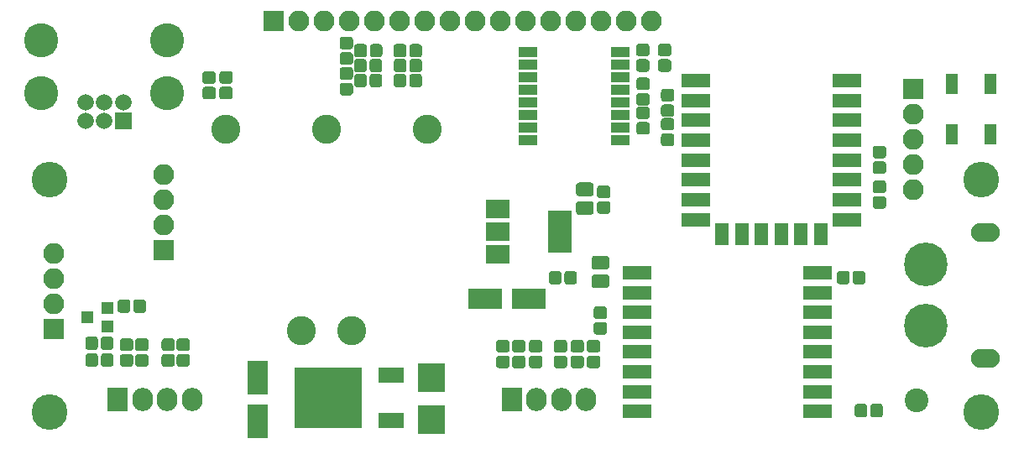
<source format=gbr>
%TF.GenerationSoftware,KiCad,Pcbnew,5.0.0*%
%TF.CreationDate,2018-10-14T20:27:49+02:00*%
%TF.ProjectId,TranspOtterNG,5472616E73704F747465724E472E6B69,rev?*%
%TF.SameCoordinates,Original*%
%TF.FileFunction,Soldermask,Top*%
%TF.FilePolarity,Negative*%
%FSLAX46Y46*%
G04 Gerber Fmt 4.6, Leading zero omitted, Abs format (unit mm)*
G04 Created by KiCad (PCBNEW 5.0.0) date Sun Oct 14 20:27:49 2018*
%MOMM*%
%LPD*%
G01*
G04 APERTURE LIST*
%ADD10C,4.400000*%
%ADD11O,2.900000X1.900000*%
%ADD12C,0.100000*%
%ADD13C,1.275000*%
%ADD14C,1.375000*%
%ADD15R,2.000000X3.400000*%
%ADD16R,3.400000X2.000000*%
%ADD17R,2.100000X2.350000*%
%ADD18O,2.100000X2.350000*%
%ADD19R,2.100000X2.100000*%
%ADD20O,2.100000X2.100000*%
%ADD21C,3.600000*%
%ADD22R,2.400000X4.200000*%
%ADD23R,2.400000X1.900000*%
%ADD24C,2.400000*%
%ADD25R,1.160000X2.000000*%
%ADD26R,2.900000X1.400000*%
%ADD27R,1.400000X2.200000*%
%ADD28C,2.940000*%
%ADD29R,2.700000X2.900000*%
%ADD30R,1.300000X1.200000*%
%ADD31R,2.600000X1.600000*%
%ADD32R,6.800000X6.200000*%
%ADD33R,1.900000X1.000000*%
%ADD34R,1.670000X1.670000*%
%ADD35C,1.670000*%
%ADD36C,3.448000*%
G04 APERTURE END LIST*
D10*
X191409500Y-73269000D03*
X191409500Y-67069000D03*
D11*
X197409500Y-76519000D03*
X197409500Y-63819000D03*
D12*
G36*
X163261493Y-49783535D02*
X163292435Y-49788125D01*
X163322778Y-49795725D01*
X163352230Y-49806263D01*
X163380508Y-49819638D01*
X163407338Y-49835719D01*
X163432463Y-49854353D01*
X163455640Y-49875360D01*
X163476647Y-49898537D01*
X163495281Y-49923662D01*
X163511362Y-49950492D01*
X163524737Y-49978770D01*
X163535275Y-50008222D01*
X163542875Y-50038565D01*
X163547465Y-50069507D01*
X163549000Y-50100750D01*
X163549000Y-50738250D01*
X163547465Y-50769493D01*
X163542875Y-50800435D01*
X163535275Y-50830778D01*
X163524737Y-50860230D01*
X163511362Y-50888508D01*
X163495281Y-50915338D01*
X163476647Y-50940463D01*
X163455640Y-50963640D01*
X163432463Y-50984647D01*
X163407338Y-51003281D01*
X163380508Y-51019362D01*
X163352230Y-51032737D01*
X163322778Y-51043275D01*
X163292435Y-51050875D01*
X163261493Y-51055465D01*
X163230250Y-51057000D01*
X162517750Y-51057000D01*
X162486507Y-51055465D01*
X162455565Y-51050875D01*
X162425222Y-51043275D01*
X162395770Y-51032737D01*
X162367492Y-51019362D01*
X162340662Y-51003281D01*
X162315537Y-50984647D01*
X162292360Y-50963640D01*
X162271353Y-50940463D01*
X162252719Y-50915338D01*
X162236638Y-50888508D01*
X162223263Y-50860230D01*
X162212725Y-50830778D01*
X162205125Y-50800435D01*
X162200535Y-50769493D01*
X162199000Y-50738250D01*
X162199000Y-50100750D01*
X162200535Y-50069507D01*
X162205125Y-50038565D01*
X162212725Y-50008222D01*
X162223263Y-49978770D01*
X162236638Y-49950492D01*
X162252719Y-49923662D01*
X162271353Y-49898537D01*
X162292360Y-49875360D01*
X162315537Y-49854353D01*
X162340662Y-49835719D01*
X162367492Y-49819638D01*
X162395770Y-49806263D01*
X162425222Y-49795725D01*
X162455565Y-49788125D01*
X162486507Y-49783535D01*
X162517750Y-49782000D01*
X163230250Y-49782000D01*
X163261493Y-49783535D01*
X163261493Y-49783535D01*
G37*
D13*
X162874000Y-50419500D03*
D12*
G36*
X163261493Y-48208535D02*
X163292435Y-48213125D01*
X163322778Y-48220725D01*
X163352230Y-48231263D01*
X163380508Y-48244638D01*
X163407338Y-48260719D01*
X163432463Y-48279353D01*
X163455640Y-48300360D01*
X163476647Y-48323537D01*
X163495281Y-48348662D01*
X163511362Y-48375492D01*
X163524737Y-48403770D01*
X163535275Y-48433222D01*
X163542875Y-48463565D01*
X163547465Y-48494507D01*
X163549000Y-48525750D01*
X163549000Y-49163250D01*
X163547465Y-49194493D01*
X163542875Y-49225435D01*
X163535275Y-49255778D01*
X163524737Y-49285230D01*
X163511362Y-49313508D01*
X163495281Y-49340338D01*
X163476647Y-49365463D01*
X163455640Y-49388640D01*
X163432463Y-49409647D01*
X163407338Y-49428281D01*
X163380508Y-49444362D01*
X163352230Y-49457737D01*
X163322778Y-49468275D01*
X163292435Y-49475875D01*
X163261493Y-49480465D01*
X163230250Y-49482000D01*
X162517750Y-49482000D01*
X162486507Y-49480465D01*
X162455565Y-49475875D01*
X162425222Y-49468275D01*
X162395770Y-49457737D01*
X162367492Y-49444362D01*
X162340662Y-49428281D01*
X162315537Y-49409647D01*
X162292360Y-49388640D01*
X162271353Y-49365463D01*
X162252719Y-49340338D01*
X162236638Y-49313508D01*
X162223263Y-49285230D01*
X162212725Y-49255778D01*
X162205125Y-49225435D01*
X162200535Y-49194493D01*
X162199000Y-49163250D01*
X162199000Y-48525750D01*
X162200535Y-48494507D01*
X162205125Y-48463565D01*
X162212725Y-48433222D01*
X162223263Y-48403770D01*
X162236638Y-48375492D01*
X162252719Y-48348662D01*
X162271353Y-48323537D01*
X162292360Y-48300360D01*
X162315537Y-48279353D01*
X162340662Y-48260719D01*
X162367492Y-48244638D01*
X162395770Y-48231263D01*
X162425222Y-48220725D01*
X162455565Y-48213125D01*
X162486507Y-48208535D01*
X162517750Y-48207000D01*
X163230250Y-48207000D01*
X163261493Y-48208535D01*
X163261493Y-48208535D01*
G37*
D13*
X162874000Y-48844500D03*
D12*
G36*
X155934493Y-67731535D02*
X155965435Y-67736125D01*
X155995778Y-67743725D01*
X156025230Y-67754263D01*
X156053508Y-67767638D01*
X156080338Y-67783719D01*
X156105463Y-67802353D01*
X156128640Y-67823360D01*
X156149647Y-67846537D01*
X156168281Y-67871662D01*
X156184362Y-67898492D01*
X156197737Y-67926770D01*
X156208275Y-67956222D01*
X156215875Y-67986565D01*
X156220465Y-68017507D01*
X156222000Y-68048750D01*
X156222000Y-68761250D01*
X156220465Y-68792493D01*
X156215875Y-68823435D01*
X156208275Y-68853778D01*
X156197737Y-68883230D01*
X156184362Y-68911508D01*
X156168281Y-68938338D01*
X156149647Y-68963463D01*
X156128640Y-68986640D01*
X156105463Y-69007647D01*
X156080338Y-69026281D01*
X156053508Y-69042362D01*
X156025230Y-69055737D01*
X155995778Y-69066275D01*
X155965435Y-69073875D01*
X155934493Y-69078465D01*
X155903250Y-69080000D01*
X155265750Y-69080000D01*
X155234507Y-69078465D01*
X155203565Y-69073875D01*
X155173222Y-69066275D01*
X155143770Y-69055737D01*
X155115492Y-69042362D01*
X155088662Y-69026281D01*
X155063537Y-69007647D01*
X155040360Y-68986640D01*
X155019353Y-68963463D01*
X155000719Y-68938338D01*
X154984638Y-68911508D01*
X154971263Y-68883230D01*
X154960725Y-68853778D01*
X154953125Y-68823435D01*
X154948535Y-68792493D01*
X154947000Y-68761250D01*
X154947000Y-68048750D01*
X154948535Y-68017507D01*
X154953125Y-67986565D01*
X154960725Y-67956222D01*
X154971263Y-67926770D01*
X154984638Y-67898492D01*
X155000719Y-67871662D01*
X155019353Y-67846537D01*
X155040360Y-67823360D01*
X155063537Y-67802353D01*
X155088662Y-67783719D01*
X155115492Y-67767638D01*
X155143770Y-67754263D01*
X155173222Y-67743725D01*
X155203565Y-67736125D01*
X155234507Y-67731535D01*
X155265750Y-67730000D01*
X155903250Y-67730000D01*
X155934493Y-67731535D01*
X155934493Y-67731535D01*
G37*
D13*
X155584500Y-68405000D03*
D12*
G36*
X154359493Y-67731535D02*
X154390435Y-67736125D01*
X154420778Y-67743725D01*
X154450230Y-67754263D01*
X154478508Y-67767638D01*
X154505338Y-67783719D01*
X154530463Y-67802353D01*
X154553640Y-67823360D01*
X154574647Y-67846537D01*
X154593281Y-67871662D01*
X154609362Y-67898492D01*
X154622737Y-67926770D01*
X154633275Y-67956222D01*
X154640875Y-67986565D01*
X154645465Y-68017507D01*
X154647000Y-68048750D01*
X154647000Y-68761250D01*
X154645465Y-68792493D01*
X154640875Y-68823435D01*
X154633275Y-68853778D01*
X154622737Y-68883230D01*
X154609362Y-68911508D01*
X154593281Y-68938338D01*
X154574647Y-68963463D01*
X154553640Y-68986640D01*
X154530463Y-69007647D01*
X154505338Y-69026281D01*
X154478508Y-69042362D01*
X154450230Y-69055737D01*
X154420778Y-69066275D01*
X154390435Y-69073875D01*
X154359493Y-69078465D01*
X154328250Y-69080000D01*
X153690750Y-69080000D01*
X153659507Y-69078465D01*
X153628565Y-69073875D01*
X153598222Y-69066275D01*
X153568770Y-69055737D01*
X153540492Y-69042362D01*
X153513662Y-69026281D01*
X153488537Y-69007647D01*
X153465360Y-68986640D01*
X153444353Y-68963463D01*
X153425719Y-68938338D01*
X153409638Y-68911508D01*
X153396263Y-68883230D01*
X153385725Y-68853778D01*
X153378125Y-68823435D01*
X153373535Y-68792493D01*
X153372000Y-68761250D01*
X153372000Y-68048750D01*
X153373535Y-68017507D01*
X153378125Y-67986565D01*
X153385725Y-67956222D01*
X153396263Y-67926770D01*
X153409638Y-67898492D01*
X153425719Y-67871662D01*
X153444353Y-67846537D01*
X153465360Y-67823360D01*
X153488537Y-67802353D01*
X153513662Y-67783719D01*
X153540492Y-67767638D01*
X153568770Y-67754263D01*
X153598222Y-67743725D01*
X153628565Y-67736125D01*
X153659507Y-67731535D01*
X153690750Y-67730000D01*
X154328250Y-67730000D01*
X154359493Y-67731535D01*
X154359493Y-67731535D01*
G37*
D13*
X154009500Y-68405000D03*
D12*
G36*
X159301993Y-60680535D02*
X159332935Y-60685125D01*
X159363278Y-60692725D01*
X159392730Y-60703263D01*
X159421008Y-60716638D01*
X159447838Y-60732719D01*
X159472963Y-60751353D01*
X159496140Y-60772360D01*
X159517147Y-60795537D01*
X159535781Y-60820662D01*
X159551862Y-60847492D01*
X159565237Y-60875770D01*
X159575775Y-60905222D01*
X159583375Y-60935565D01*
X159587965Y-60966507D01*
X159589500Y-60997750D01*
X159589500Y-61635250D01*
X159587965Y-61666493D01*
X159583375Y-61697435D01*
X159575775Y-61727778D01*
X159565237Y-61757230D01*
X159551862Y-61785508D01*
X159535781Y-61812338D01*
X159517147Y-61837463D01*
X159496140Y-61860640D01*
X159472963Y-61881647D01*
X159447838Y-61900281D01*
X159421008Y-61916362D01*
X159392730Y-61929737D01*
X159363278Y-61940275D01*
X159332935Y-61947875D01*
X159301993Y-61952465D01*
X159270750Y-61954000D01*
X158558250Y-61954000D01*
X158527007Y-61952465D01*
X158496065Y-61947875D01*
X158465722Y-61940275D01*
X158436270Y-61929737D01*
X158407992Y-61916362D01*
X158381162Y-61900281D01*
X158356037Y-61881647D01*
X158332860Y-61860640D01*
X158311853Y-61837463D01*
X158293219Y-61812338D01*
X158277138Y-61785508D01*
X158263763Y-61757230D01*
X158253225Y-61727778D01*
X158245625Y-61697435D01*
X158241035Y-61666493D01*
X158239500Y-61635250D01*
X158239500Y-60997750D01*
X158241035Y-60966507D01*
X158245625Y-60935565D01*
X158253225Y-60905222D01*
X158263763Y-60875770D01*
X158277138Y-60847492D01*
X158293219Y-60820662D01*
X158311853Y-60795537D01*
X158332860Y-60772360D01*
X158356037Y-60751353D01*
X158381162Y-60732719D01*
X158407992Y-60716638D01*
X158436270Y-60703263D01*
X158465722Y-60692725D01*
X158496065Y-60685125D01*
X158527007Y-60680535D01*
X158558250Y-60679000D01*
X159270750Y-60679000D01*
X159301993Y-60680535D01*
X159301993Y-60680535D01*
G37*
D13*
X158914500Y-61316500D03*
D12*
G36*
X159301993Y-59105535D02*
X159332935Y-59110125D01*
X159363278Y-59117725D01*
X159392730Y-59128263D01*
X159421008Y-59141638D01*
X159447838Y-59157719D01*
X159472963Y-59176353D01*
X159496140Y-59197360D01*
X159517147Y-59220537D01*
X159535781Y-59245662D01*
X159551862Y-59272492D01*
X159565237Y-59300770D01*
X159575775Y-59330222D01*
X159583375Y-59360565D01*
X159587965Y-59391507D01*
X159589500Y-59422750D01*
X159589500Y-60060250D01*
X159587965Y-60091493D01*
X159583375Y-60122435D01*
X159575775Y-60152778D01*
X159565237Y-60182230D01*
X159551862Y-60210508D01*
X159535781Y-60237338D01*
X159517147Y-60262463D01*
X159496140Y-60285640D01*
X159472963Y-60306647D01*
X159447838Y-60325281D01*
X159421008Y-60341362D01*
X159392730Y-60354737D01*
X159363278Y-60365275D01*
X159332935Y-60372875D01*
X159301993Y-60377465D01*
X159270750Y-60379000D01*
X158558250Y-60379000D01*
X158527007Y-60377465D01*
X158496065Y-60372875D01*
X158465722Y-60365275D01*
X158436270Y-60354737D01*
X158407992Y-60341362D01*
X158381162Y-60325281D01*
X158356037Y-60306647D01*
X158332860Y-60285640D01*
X158311853Y-60262463D01*
X158293219Y-60237338D01*
X158277138Y-60210508D01*
X158263763Y-60182230D01*
X158253225Y-60152778D01*
X158245625Y-60122435D01*
X158241035Y-60091493D01*
X158239500Y-60060250D01*
X158239500Y-59422750D01*
X158241035Y-59391507D01*
X158245625Y-59360565D01*
X158253225Y-59330222D01*
X158263763Y-59300770D01*
X158277138Y-59272492D01*
X158293219Y-59245662D01*
X158311853Y-59220537D01*
X158332860Y-59197360D01*
X158356037Y-59176353D01*
X158381162Y-59157719D01*
X158407992Y-59141638D01*
X158436270Y-59128263D01*
X158465722Y-59117725D01*
X158496065Y-59110125D01*
X158527007Y-59105535D01*
X158558250Y-59104000D01*
X159270750Y-59104000D01*
X159301993Y-59105535D01*
X159301993Y-59105535D01*
G37*
D13*
X158914500Y-59741500D03*
D12*
G36*
X157604443Y-60680655D02*
X157637812Y-60685605D01*
X157670535Y-60693802D01*
X157702297Y-60705166D01*
X157732793Y-60719590D01*
X157761727Y-60736932D01*
X157788823Y-60757028D01*
X157813818Y-60779682D01*
X157836472Y-60804677D01*
X157856568Y-60831773D01*
X157873910Y-60860707D01*
X157888334Y-60891203D01*
X157899698Y-60922965D01*
X157907895Y-60955688D01*
X157912845Y-60989057D01*
X157914500Y-61022750D01*
X157914500Y-61710250D01*
X157912845Y-61743943D01*
X157907895Y-61777312D01*
X157899698Y-61810035D01*
X157888334Y-61841797D01*
X157873910Y-61872293D01*
X157856568Y-61901227D01*
X157836472Y-61928323D01*
X157813818Y-61953318D01*
X157788823Y-61975972D01*
X157761727Y-61996068D01*
X157732793Y-62013410D01*
X157702297Y-62027834D01*
X157670535Y-62039198D01*
X157637812Y-62047395D01*
X157604443Y-62052345D01*
X157570750Y-62054000D01*
X156458250Y-62054000D01*
X156424557Y-62052345D01*
X156391188Y-62047395D01*
X156358465Y-62039198D01*
X156326703Y-62027834D01*
X156296207Y-62013410D01*
X156267273Y-61996068D01*
X156240177Y-61975972D01*
X156215182Y-61953318D01*
X156192528Y-61928323D01*
X156172432Y-61901227D01*
X156155090Y-61872293D01*
X156140666Y-61841797D01*
X156129302Y-61810035D01*
X156121105Y-61777312D01*
X156116155Y-61743943D01*
X156114500Y-61710250D01*
X156114500Y-61022750D01*
X156116155Y-60989057D01*
X156121105Y-60955688D01*
X156129302Y-60922965D01*
X156140666Y-60891203D01*
X156155090Y-60860707D01*
X156172432Y-60831773D01*
X156192528Y-60804677D01*
X156215182Y-60779682D01*
X156240177Y-60757028D01*
X156267273Y-60736932D01*
X156296207Y-60719590D01*
X156326703Y-60705166D01*
X156358465Y-60693802D01*
X156391188Y-60685605D01*
X156424557Y-60680655D01*
X156458250Y-60679000D01*
X157570750Y-60679000D01*
X157604443Y-60680655D01*
X157604443Y-60680655D01*
G37*
D14*
X157014500Y-61366500D03*
D12*
G36*
X157604443Y-58805655D02*
X157637812Y-58810605D01*
X157670535Y-58818802D01*
X157702297Y-58830166D01*
X157732793Y-58844590D01*
X157761727Y-58861932D01*
X157788823Y-58882028D01*
X157813818Y-58904682D01*
X157836472Y-58929677D01*
X157856568Y-58956773D01*
X157873910Y-58985707D01*
X157888334Y-59016203D01*
X157899698Y-59047965D01*
X157907895Y-59080688D01*
X157912845Y-59114057D01*
X157914500Y-59147750D01*
X157914500Y-59835250D01*
X157912845Y-59868943D01*
X157907895Y-59902312D01*
X157899698Y-59935035D01*
X157888334Y-59966797D01*
X157873910Y-59997293D01*
X157856568Y-60026227D01*
X157836472Y-60053323D01*
X157813818Y-60078318D01*
X157788823Y-60100972D01*
X157761727Y-60121068D01*
X157732793Y-60138410D01*
X157702297Y-60152834D01*
X157670535Y-60164198D01*
X157637812Y-60172395D01*
X157604443Y-60177345D01*
X157570750Y-60179000D01*
X156458250Y-60179000D01*
X156424557Y-60177345D01*
X156391188Y-60172395D01*
X156358465Y-60164198D01*
X156326703Y-60152834D01*
X156296207Y-60138410D01*
X156267273Y-60121068D01*
X156240177Y-60100972D01*
X156215182Y-60078318D01*
X156192528Y-60053323D01*
X156172432Y-60026227D01*
X156155090Y-59997293D01*
X156140666Y-59966797D01*
X156129302Y-59935035D01*
X156121105Y-59902312D01*
X156116155Y-59868943D01*
X156114500Y-59835250D01*
X156114500Y-59147750D01*
X156116155Y-59114057D01*
X156121105Y-59080688D01*
X156129302Y-59047965D01*
X156140666Y-59016203D01*
X156155090Y-58985707D01*
X156172432Y-58956773D01*
X156192528Y-58929677D01*
X156215182Y-58904682D01*
X156240177Y-58882028D01*
X156267273Y-58861932D01*
X156296207Y-58844590D01*
X156326703Y-58830166D01*
X156358465Y-58818802D01*
X156391188Y-58810605D01*
X156424557Y-58805655D01*
X156458250Y-58804000D01*
X157570750Y-58804000D01*
X157604443Y-58805655D01*
X157604443Y-58805655D01*
G37*
D14*
X157014500Y-59491500D03*
D12*
G36*
X111170493Y-74526535D02*
X111201435Y-74531125D01*
X111231778Y-74538725D01*
X111261230Y-74549263D01*
X111289508Y-74562638D01*
X111316338Y-74578719D01*
X111341463Y-74597353D01*
X111364640Y-74618360D01*
X111385647Y-74641537D01*
X111404281Y-74666662D01*
X111420362Y-74693492D01*
X111433737Y-74721770D01*
X111444275Y-74751222D01*
X111451875Y-74781565D01*
X111456465Y-74812507D01*
X111458000Y-74843750D01*
X111458000Y-75481250D01*
X111456465Y-75512493D01*
X111451875Y-75543435D01*
X111444275Y-75573778D01*
X111433737Y-75603230D01*
X111420362Y-75631508D01*
X111404281Y-75658338D01*
X111385647Y-75683463D01*
X111364640Y-75706640D01*
X111341463Y-75727647D01*
X111316338Y-75746281D01*
X111289508Y-75762362D01*
X111261230Y-75775737D01*
X111231778Y-75786275D01*
X111201435Y-75793875D01*
X111170493Y-75798465D01*
X111139250Y-75800000D01*
X110426750Y-75800000D01*
X110395507Y-75798465D01*
X110364565Y-75793875D01*
X110334222Y-75786275D01*
X110304770Y-75775737D01*
X110276492Y-75762362D01*
X110249662Y-75746281D01*
X110224537Y-75727647D01*
X110201360Y-75706640D01*
X110180353Y-75683463D01*
X110161719Y-75658338D01*
X110145638Y-75631508D01*
X110132263Y-75603230D01*
X110121725Y-75573778D01*
X110114125Y-75543435D01*
X110109535Y-75512493D01*
X110108000Y-75481250D01*
X110108000Y-74843750D01*
X110109535Y-74812507D01*
X110114125Y-74781565D01*
X110121725Y-74751222D01*
X110132263Y-74721770D01*
X110145638Y-74693492D01*
X110161719Y-74666662D01*
X110180353Y-74641537D01*
X110201360Y-74618360D01*
X110224537Y-74597353D01*
X110249662Y-74578719D01*
X110276492Y-74562638D01*
X110304770Y-74549263D01*
X110334222Y-74538725D01*
X110364565Y-74531125D01*
X110395507Y-74526535D01*
X110426750Y-74525000D01*
X111139250Y-74525000D01*
X111170493Y-74526535D01*
X111170493Y-74526535D01*
G37*
D13*
X110783000Y-75162500D03*
D12*
G36*
X111170493Y-76101535D02*
X111201435Y-76106125D01*
X111231778Y-76113725D01*
X111261230Y-76124263D01*
X111289508Y-76137638D01*
X111316338Y-76153719D01*
X111341463Y-76172353D01*
X111364640Y-76193360D01*
X111385647Y-76216537D01*
X111404281Y-76241662D01*
X111420362Y-76268492D01*
X111433737Y-76296770D01*
X111444275Y-76326222D01*
X111451875Y-76356565D01*
X111456465Y-76387507D01*
X111458000Y-76418750D01*
X111458000Y-77056250D01*
X111456465Y-77087493D01*
X111451875Y-77118435D01*
X111444275Y-77148778D01*
X111433737Y-77178230D01*
X111420362Y-77206508D01*
X111404281Y-77233338D01*
X111385647Y-77258463D01*
X111364640Y-77281640D01*
X111341463Y-77302647D01*
X111316338Y-77321281D01*
X111289508Y-77337362D01*
X111261230Y-77350737D01*
X111231778Y-77361275D01*
X111201435Y-77368875D01*
X111170493Y-77373465D01*
X111139250Y-77375000D01*
X110426750Y-77375000D01*
X110395507Y-77373465D01*
X110364565Y-77368875D01*
X110334222Y-77361275D01*
X110304770Y-77350737D01*
X110276492Y-77337362D01*
X110249662Y-77321281D01*
X110224537Y-77302647D01*
X110201360Y-77281640D01*
X110180353Y-77258463D01*
X110161719Y-77233338D01*
X110145638Y-77206508D01*
X110132263Y-77178230D01*
X110121725Y-77148778D01*
X110114125Y-77118435D01*
X110109535Y-77087493D01*
X110108000Y-77056250D01*
X110108000Y-76418750D01*
X110109535Y-76387507D01*
X110114125Y-76356565D01*
X110121725Y-76326222D01*
X110132263Y-76296770D01*
X110145638Y-76268492D01*
X110161719Y-76241662D01*
X110180353Y-76216537D01*
X110201360Y-76193360D01*
X110224537Y-76172353D01*
X110249662Y-76153719D01*
X110276492Y-76137638D01*
X110304770Y-76124263D01*
X110334222Y-76113725D01*
X110364565Y-76106125D01*
X110395507Y-76101535D01*
X110426750Y-76100000D01*
X111139250Y-76100000D01*
X111170493Y-76101535D01*
X111170493Y-76101535D01*
G37*
D13*
X110783000Y-76737500D03*
D12*
G36*
X152436993Y-76260535D02*
X152467935Y-76265125D01*
X152498278Y-76272725D01*
X152527730Y-76283263D01*
X152556008Y-76296638D01*
X152582838Y-76312719D01*
X152607963Y-76331353D01*
X152631140Y-76352360D01*
X152652147Y-76375537D01*
X152670781Y-76400662D01*
X152686862Y-76427492D01*
X152700237Y-76455770D01*
X152710775Y-76485222D01*
X152718375Y-76515565D01*
X152722965Y-76546507D01*
X152724500Y-76577750D01*
X152724500Y-77215250D01*
X152722965Y-77246493D01*
X152718375Y-77277435D01*
X152710775Y-77307778D01*
X152700237Y-77337230D01*
X152686862Y-77365508D01*
X152670781Y-77392338D01*
X152652147Y-77417463D01*
X152631140Y-77440640D01*
X152607963Y-77461647D01*
X152582838Y-77480281D01*
X152556008Y-77496362D01*
X152527730Y-77509737D01*
X152498278Y-77520275D01*
X152467935Y-77527875D01*
X152436993Y-77532465D01*
X152405750Y-77534000D01*
X151693250Y-77534000D01*
X151662007Y-77532465D01*
X151631065Y-77527875D01*
X151600722Y-77520275D01*
X151571270Y-77509737D01*
X151542992Y-77496362D01*
X151516162Y-77480281D01*
X151491037Y-77461647D01*
X151467860Y-77440640D01*
X151446853Y-77417463D01*
X151428219Y-77392338D01*
X151412138Y-77365508D01*
X151398763Y-77337230D01*
X151388225Y-77307778D01*
X151380625Y-77277435D01*
X151376035Y-77246493D01*
X151374500Y-77215250D01*
X151374500Y-76577750D01*
X151376035Y-76546507D01*
X151380625Y-76515565D01*
X151388225Y-76485222D01*
X151398763Y-76455770D01*
X151412138Y-76427492D01*
X151428219Y-76400662D01*
X151446853Y-76375537D01*
X151467860Y-76352360D01*
X151491037Y-76331353D01*
X151516162Y-76312719D01*
X151542992Y-76296638D01*
X151571270Y-76283263D01*
X151600722Y-76272725D01*
X151631065Y-76265125D01*
X151662007Y-76260535D01*
X151693250Y-76259000D01*
X152405750Y-76259000D01*
X152436993Y-76260535D01*
X152436993Y-76260535D01*
G37*
D13*
X152049500Y-76896500D03*
D12*
G36*
X152436993Y-74685535D02*
X152467935Y-74690125D01*
X152498278Y-74697725D01*
X152527730Y-74708263D01*
X152556008Y-74721638D01*
X152582838Y-74737719D01*
X152607963Y-74756353D01*
X152631140Y-74777360D01*
X152652147Y-74800537D01*
X152670781Y-74825662D01*
X152686862Y-74852492D01*
X152700237Y-74880770D01*
X152710775Y-74910222D01*
X152718375Y-74940565D01*
X152722965Y-74971507D01*
X152724500Y-75002750D01*
X152724500Y-75640250D01*
X152722965Y-75671493D01*
X152718375Y-75702435D01*
X152710775Y-75732778D01*
X152700237Y-75762230D01*
X152686862Y-75790508D01*
X152670781Y-75817338D01*
X152652147Y-75842463D01*
X152631140Y-75865640D01*
X152607963Y-75886647D01*
X152582838Y-75905281D01*
X152556008Y-75921362D01*
X152527730Y-75934737D01*
X152498278Y-75945275D01*
X152467935Y-75952875D01*
X152436993Y-75957465D01*
X152405750Y-75959000D01*
X151693250Y-75959000D01*
X151662007Y-75957465D01*
X151631065Y-75952875D01*
X151600722Y-75945275D01*
X151571270Y-75934737D01*
X151542992Y-75921362D01*
X151516162Y-75905281D01*
X151491037Y-75886647D01*
X151467860Y-75865640D01*
X151446853Y-75842463D01*
X151428219Y-75817338D01*
X151412138Y-75790508D01*
X151398763Y-75762230D01*
X151388225Y-75732778D01*
X151380625Y-75702435D01*
X151376035Y-75671493D01*
X151374500Y-75640250D01*
X151374500Y-75002750D01*
X151376035Y-74971507D01*
X151380625Y-74940565D01*
X151388225Y-74910222D01*
X151398763Y-74880770D01*
X151412138Y-74852492D01*
X151428219Y-74825662D01*
X151446853Y-74800537D01*
X151467860Y-74777360D01*
X151491037Y-74756353D01*
X151516162Y-74737719D01*
X151542992Y-74721638D01*
X151571270Y-74708263D01*
X151600722Y-74697725D01*
X151631065Y-74690125D01*
X151662007Y-74685535D01*
X151693250Y-74684000D01*
X152405750Y-74684000D01*
X152436993Y-74685535D01*
X152436993Y-74685535D01*
G37*
D13*
X152049500Y-75321500D03*
D12*
G36*
X116887993Y-74526535D02*
X116918935Y-74531125D01*
X116949278Y-74538725D01*
X116978730Y-74549263D01*
X117007008Y-74562638D01*
X117033838Y-74578719D01*
X117058963Y-74597353D01*
X117082140Y-74618360D01*
X117103147Y-74641537D01*
X117121781Y-74666662D01*
X117137862Y-74693492D01*
X117151237Y-74721770D01*
X117161775Y-74751222D01*
X117169375Y-74781565D01*
X117173965Y-74812507D01*
X117175500Y-74843750D01*
X117175500Y-75481250D01*
X117173965Y-75512493D01*
X117169375Y-75543435D01*
X117161775Y-75573778D01*
X117151237Y-75603230D01*
X117137862Y-75631508D01*
X117121781Y-75658338D01*
X117103147Y-75683463D01*
X117082140Y-75706640D01*
X117058963Y-75727647D01*
X117033838Y-75746281D01*
X117007008Y-75762362D01*
X116978730Y-75775737D01*
X116949278Y-75786275D01*
X116918935Y-75793875D01*
X116887993Y-75798465D01*
X116856750Y-75800000D01*
X116144250Y-75800000D01*
X116113007Y-75798465D01*
X116082065Y-75793875D01*
X116051722Y-75786275D01*
X116022270Y-75775737D01*
X115993992Y-75762362D01*
X115967162Y-75746281D01*
X115942037Y-75727647D01*
X115918860Y-75706640D01*
X115897853Y-75683463D01*
X115879219Y-75658338D01*
X115863138Y-75631508D01*
X115849763Y-75603230D01*
X115839225Y-75573778D01*
X115831625Y-75543435D01*
X115827035Y-75512493D01*
X115825500Y-75481250D01*
X115825500Y-74843750D01*
X115827035Y-74812507D01*
X115831625Y-74781565D01*
X115839225Y-74751222D01*
X115849763Y-74721770D01*
X115863138Y-74693492D01*
X115879219Y-74666662D01*
X115897853Y-74641537D01*
X115918860Y-74618360D01*
X115942037Y-74597353D01*
X115967162Y-74578719D01*
X115993992Y-74562638D01*
X116022270Y-74549263D01*
X116051722Y-74538725D01*
X116082065Y-74531125D01*
X116113007Y-74526535D01*
X116144250Y-74525000D01*
X116856750Y-74525000D01*
X116887993Y-74526535D01*
X116887993Y-74526535D01*
G37*
D13*
X116500500Y-75162500D03*
D12*
G36*
X116887993Y-76101535D02*
X116918935Y-76106125D01*
X116949278Y-76113725D01*
X116978730Y-76124263D01*
X117007008Y-76137638D01*
X117033838Y-76153719D01*
X117058963Y-76172353D01*
X117082140Y-76193360D01*
X117103147Y-76216537D01*
X117121781Y-76241662D01*
X117137862Y-76268492D01*
X117151237Y-76296770D01*
X117161775Y-76326222D01*
X117169375Y-76356565D01*
X117173965Y-76387507D01*
X117175500Y-76418750D01*
X117175500Y-77056250D01*
X117173965Y-77087493D01*
X117169375Y-77118435D01*
X117161775Y-77148778D01*
X117151237Y-77178230D01*
X117137862Y-77206508D01*
X117121781Y-77233338D01*
X117103147Y-77258463D01*
X117082140Y-77281640D01*
X117058963Y-77302647D01*
X117033838Y-77321281D01*
X117007008Y-77337362D01*
X116978730Y-77350737D01*
X116949278Y-77361275D01*
X116918935Y-77368875D01*
X116887993Y-77373465D01*
X116856750Y-77375000D01*
X116144250Y-77375000D01*
X116113007Y-77373465D01*
X116082065Y-77368875D01*
X116051722Y-77361275D01*
X116022270Y-77350737D01*
X115993992Y-77337362D01*
X115967162Y-77321281D01*
X115942037Y-77302647D01*
X115918860Y-77281640D01*
X115897853Y-77258463D01*
X115879219Y-77233338D01*
X115863138Y-77206508D01*
X115849763Y-77178230D01*
X115839225Y-77148778D01*
X115831625Y-77118435D01*
X115827035Y-77087493D01*
X115825500Y-77056250D01*
X115825500Y-76418750D01*
X115827035Y-76387507D01*
X115831625Y-76356565D01*
X115839225Y-76326222D01*
X115849763Y-76296770D01*
X115863138Y-76268492D01*
X115879219Y-76241662D01*
X115897853Y-76216537D01*
X115918860Y-76193360D01*
X115942037Y-76172353D01*
X115967162Y-76153719D01*
X115993992Y-76137638D01*
X116022270Y-76124263D01*
X116051722Y-76113725D01*
X116082065Y-76106125D01*
X116113007Y-76101535D01*
X116144250Y-76100000D01*
X116856750Y-76100000D01*
X116887993Y-76101535D01*
X116887993Y-76101535D01*
G37*
D13*
X116500500Y-76737500D03*
D12*
G36*
X154936993Y-76260535D02*
X154967935Y-76265125D01*
X154998278Y-76272725D01*
X155027730Y-76283263D01*
X155056008Y-76296638D01*
X155082838Y-76312719D01*
X155107963Y-76331353D01*
X155131140Y-76352360D01*
X155152147Y-76375537D01*
X155170781Y-76400662D01*
X155186862Y-76427492D01*
X155200237Y-76455770D01*
X155210775Y-76485222D01*
X155218375Y-76515565D01*
X155222965Y-76546507D01*
X155224500Y-76577750D01*
X155224500Y-77215250D01*
X155222965Y-77246493D01*
X155218375Y-77277435D01*
X155210775Y-77307778D01*
X155200237Y-77337230D01*
X155186862Y-77365508D01*
X155170781Y-77392338D01*
X155152147Y-77417463D01*
X155131140Y-77440640D01*
X155107963Y-77461647D01*
X155082838Y-77480281D01*
X155056008Y-77496362D01*
X155027730Y-77509737D01*
X154998278Y-77520275D01*
X154967935Y-77527875D01*
X154936993Y-77532465D01*
X154905750Y-77534000D01*
X154193250Y-77534000D01*
X154162007Y-77532465D01*
X154131065Y-77527875D01*
X154100722Y-77520275D01*
X154071270Y-77509737D01*
X154042992Y-77496362D01*
X154016162Y-77480281D01*
X153991037Y-77461647D01*
X153967860Y-77440640D01*
X153946853Y-77417463D01*
X153928219Y-77392338D01*
X153912138Y-77365508D01*
X153898763Y-77337230D01*
X153888225Y-77307778D01*
X153880625Y-77277435D01*
X153876035Y-77246493D01*
X153874500Y-77215250D01*
X153874500Y-76577750D01*
X153876035Y-76546507D01*
X153880625Y-76515565D01*
X153888225Y-76485222D01*
X153898763Y-76455770D01*
X153912138Y-76427492D01*
X153928219Y-76400662D01*
X153946853Y-76375537D01*
X153967860Y-76352360D01*
X153991037Y-76331353D01*
X154016162Y-76312719D01*
X154042992Y-76296638D01*
X154071270Y-76283263D01*
X154100722Y-76272725D01*
X154131065Y-76265125D01*
X154162007Y-76260535D01*
X154193250Y-76259000D01*
X154905750Y-76259000D01*
X154936993Y-76260535D01*
X154936993Y-76260535D01*
G37*
D13*
X154549500Y-76896500D03*
D12*
G36*
X154936993Y-74685535D02*
X154967935Y-74690125D01*
X154998278Y-74697725D01*
X155027730Y-74708263D01*
X155056008Y-74721638D01*
X155082838Y-74737719D01*
X155107963Y-74756353D01*
X155131140Y-74777360D01*
X155152147Y-74800537D01*
X155170781Y-74825662D01*
X155186862Y-74852492D01*
X155200237Y-74880770D01*
X155210775Y-74910222D01*
X155218375Y-74940565D01*
X155222965Y-74971507D01*
X155224500Y-75002750D01*
X155224500Y-75640250D01*
X155222965Y-75671493D01*
X155218375Y-75702435D01*
X155210775Y-75732778D01*
X155200237Y-75762230D01*
X155186862Y-75790508D01*
X155170781Y-75817338D01*
X155152147Y-75842463D01*
X155131140Y-75865640D01*
X155107963Y-75886647D01*
X155082838Y-75905281D01*
X155056008Y-75921362D01*
X155027730Y-75934737D01*
X154998278Y-75945275D01*
X154967935Y-75952875D01*
X154936993Y-75957465D01*
X154905750Y-75959000D01*
X154193250Y-75959000D01*
X154162007Y-75957465D01*
X154131065Y-75952875D01*
X154100722Y-75945275D01*
X154071270Y-75934737D01*
X154042992Y-75921362D01*
X154016162Y-75905281D01*
X153991037Y-75886647D01*
X153967860Y-75865640D01*
X153946853Y-75842463D01*
X153928219Y-75817338D01*
X153912138Y-75790508D01*
X153898763Y-75762230D01*
X153888225Y-75732778D01*
X153880625Y-75702435D01*
X153876035Y-75671493D01*
X153874500Y-75640250D01*
X153874500Y-75002750D01*
X153876035Y-74971507D01*
X153880625Y-74940565D01*
X153888225Y-74910222D01*
X153898763Y-74880770D01*
X153912138Y-74852492D01*
X153928219Y-74825662D01*
X153946853Y-74800537D01*
X153967860Y-74777360D01*
X153991037Y-74756353D01*
X154016162Y-74737719D01*
X154042992Y-74721638D01*
X154071270Y-74708263D01*
X154100722Y-74697725D01*
X154131065Y-74690125D01*
X154162007Y-74685535D01*
X154193250Y-74684000D01*
X154905750Y-74684000D01*
X154936993Y-74685535D01*
X154936993Y-74685535D01*
G37*
D13*
X154549500Y-75321500D03*
D15*
X124049500Y-82909000D03*
X124049500Y-78509000D03*
D16*
X151333500Y-70500500D03*
X146933500Y-70500500D03*
D12*
G36*
X165751993Y-50925035D02*
X165782935Y-50929625D01*
X165813278Y-50937225D01*
X165842730Y-50947763D01*
X165871008Y-50961138D01*
X165897838Y-50977219D01*
X165922963Y-50995853D01*
X165946140Y-51016860D01*
X165967147Y-51040037D01*
X165985781Y-51065162D01*
X166001862Y-51091992D01*
X166015237Y-51120270D01*
X166025775Y-51149722D01*
X166033375Y-51180065D01*
X166037965Y-51211007D01*
X166039500Y-51242250D01*
X166039500Y-51879750D01*
X166037965Y-51910993D01*
X166033375Y-51941935D01*
X166025775Y-51972278D01*
X166015237Y-52001730D01*
X166001862Y-52030008D01*
X165985781Y-52056838D01*
X165967147Y-52081963D01*
X165946140Y-52105140D01*
X165922963Y-52126147D01*
X165897838Y-52144781D01*
X165871008Y-52160862D01*
X165842730Y-52174237D01*
X165813278Y-52184775D01*
X165782935Y-52192375D01*
X165751993Y-52196965D01*
X165720750Y-52198500D01*
X165008250Y-52198500D01*
X164977007Y-52196965D01*
X164946065Y-52192375D01*
X164915722Y-52184775D01*
X164886270Y-52174237D01*
X164857992Y-52160862D01*
X164831162Y-52144781D01*
X164806037Y-52126147D01*
X164782860Y-52105140D01*
X164761853Y-52081963D01*
X164743219Y-52056838D01*
X164727138Y-52030008D01*
X164713763Y-52001730D01*
X164703225Y-51972278D01*
X164695625Y-51941935D01*
X164691035Y-51910993D01*
X164689500Y-51879750D01*
X164689500Y-51242250D01*
X164691035Y-51211007D01*
X164695625Y-51180065D01*
X164703225Y-51149722D01*
X164713763Y-51120270D01*
X164727138Y-51091992D01*
X164743219Y-51065162D01*
X164761853Y-51040037D01*
X164782860Y-51016860D01*
X164806037Y-50995853D01*
X164831162Y-50977219D01*
X164857992Y-50961138D01*
X164886270Y-50947763D01*
X164915722Y-50937225D01*
X164946065Y-50929625D01*
X164977007Y-50925035D01*
X165008250Y-50923500D01*
X165720750Y-50923500D01*
X165751993Y-50925035D01*
X165751993Y-50925035D01*
G37*
D13*
X165364500Y-51561000D03*
D12*
G36*
X165751993Y-49350035D02*
X165782935Y-49354625D01*
X165813278Y-49362225D01*
X165842730Y-49372763D01*
X165871008Y-49386138D01*
X165897838Y-49402219D01*
X165922963Y-49420853D01*
X165946140Y-49441860D01*
X165967147Y-49465037D01*
X165985781Y-49490162D01*
X166001862Y-49516992D01*
X166015237Y-49545270D01*
X166025775Y-49574722D01*
X166033375Y-49605065D01*
X166037965Y-49636007D01*
X166039500Y-49667250D01*
X166039500Y-50304750D01*
X166037965Y-50335993D01*
X166033375Y-50366935D01*
X166025775Y-50397278D01*
X166015237Y-50426730D01*
X166001862Y-50455008D01*
X165985781Y-50481838D01*
X165967147Y-50506963D01*
X165946140Y-50530140D01*
X165922963Y-50551147D01*
X165897838Y-50569781D01*
X165871008Y-50585862D01*
X165842730Y-50599237D01*
X165813278Y-50609775D01*
X165782935Y-50617375D01*
X165751993Y-50621965D01*
X165720750Y-50623500D01*
X165008250Y-50623500D01*
X164977007Y-50621965D01*
X164946065Y-50617375D01*
X164915722Y-50609775D01*
X164886270Y-50599237D01*
X164857992Y-50585862D01*
X164831162Y-50569781D01*
X164806037Y-50551147D01*
X164782860Y-50530140D01*
X164761853Y-50506963D01*
X164743219Y-50481838D01*
X164727138Y-50455008D01*
X164713763Y-50426730D01*
X164703225Y-50397278D01*
X164695625Y-50366935D01*
X164691035Y-50335993D01*
X164689500Y-50304750D01*
X164689500Y-49667250D01*
X164691035Y-49636007D01*
X164695625Y-49605065D01*
X164703225Y-49574722D01*
X164713763Y-49545270D01*
X164727138Y-49516992D01*
X164743219Y-49490162D01*
X164761853Y-49465037D01*
X164782860Y-49441860D01*
X164806037Y-49420853D01*
X164831162Y-49402219D01*
X164857992Y-49386138D01*
X164886270Y-49372763D01*
X164915722Y-49362225D01*
X164946065Y-49354625D01*
X164977007Y-49350035D01*
X165008250Y-49348500D01*
X165720750Y-49348500D01*
X165751993Y-49350035D01*
X165751993Y-49350035D01*
G37*
D13*
X165364500Y-49986000D03*
D12*
G36*
X159162943Y-68071155D02*
X159196312Y-68076105D01*
X159229035Y-68084302D01*
X159260797Y-68095666D01*
X159291293Y-68110090D01*
X159320227Y-68127432D01*
X159347323Y-68147528D01*
X159372318Y-68170182D01*
X159394972Y-68195177D01*
X159415068Y-68222273D01*
X159432410Y-68251207D01*
X159446834Y-68281703D01*
X159458198Y-68313465D01*
X159466395Y-68346188D01*
X159471345Y-68379557D01*
X159473000Y-68413250D01*
X159473000Y-69100750D01*
X159471345Y-69134443D01*
X159466395Y-69167812D01*
X159458198Y-69200535D01*
X159446834Y-69232297D01*
X159432410Y-69262793D01*
X159415068Y-69291727D01*
X159394972Y-69318823D01*
X159372318Y-69343818D01*
X159347323Y-69366472D01*
X159320227Y-69386568D01*
X159291293Y-69403910D01*
X159260797Y-69418334D01*
X159229035Y-69429698D01*
X159196312Y-69437895D01*
X159162943Y-69442845D01*
X159129250Y-69444500D01*
X158016750Y-69444500D01*
X157983057Y-69442845D01*
X157949688Y-69437895D01*
X157916965Y-69429698D01*
X157885203Y-69418334D01*
X157854707Y-69403910D01*
X157825773Y-69386568D01*
X157798677Y-69366472D01*
X157773682Y-69343818D01*
X157751028Y-69318823D01*
X157730932Y-69291727D01*
X157713590Y-69262793D01*
X157699166Y-69232297D01*
X157687802Y-69200535D01*
X157679605Y-69167812D01*
X157674655Y-69134443D01*
X157673000Y-69100750D01*
X157673000Y-68413250D01*
X157674655Y-68379557D01*
X157679605Y-68346188D01*
X157687802Y-68313465D01*
X157699166Y-68281703D01*
X157713590Y-68251207D01*
X157730932Y-68222273D01*
X157751028Y-68195177D01*
X157773682Y-68170182D01*
X157798677Y-68147528D01*
X157825773Y-68127432D01*
X157854707Y-68110090D01*
X157885203Y-68095666D01*
X157916965Y-68084302D01*
X157949688Y-68076105D01*
X157983057Y-68071155D01*
X158016750Y-68069500D01*
X159129250Y-68069500D01*
X159162943Y-68071155D01*
X159162943Y-68071155D01*
G37*
D14*
X158573000Y-68757000D03*
D12*
G36*
X159162943Y-66196155D02*
X159196312Y-66201105D01*
X159229035Y-66209302D01*
X159260797Y-66220666D01*
X159291293Y-66235090D01*
X159320227Y-66252432D01*
X159347323Y-66272528D01*
X159372318Y-66295182D01*
X159394972Y-66320177D01*
X159415068Y-66347273D01*
X159432410Y-66376207D01*
X159446834Y-66406703D01*
X159458198Y-66438465D01*
X159466395Y-66471188D01*
X159471345Y-66504557D01*
X159473000Y-66538250D01*
X159473000Y-67225750D01*
X159471345Y-67259443D01*
X159466395Y-67292812D01*
X159458198Y-67325535D01*
X159446834Y-67357297D01*
X159432410Y-67387793D01*
X159415068Y-67416727D01*
X159394972Y-67443823D01*
X159372318Y-67468818D01*
X159347323Y-67491472D01*
X159320227Y-67511568D01*
X159291293Y-67528910D01*
X159260797Y-67543334D01*
X159229035Y-67554698D01*
X159196312Y-67562895D01*
X159162943Y-67567845D01*
X159129250Y-67569500D01*
X158016750Y-67569500D01*
X157983057Y-67567845D01*
X157949688Y-67562895D01*
X157916965Y-67554698D01*
X157885203Y-67543334D01*
X157854707Y-67528910D01*
X157825773Y-67511568D01*
X157798677Y-67491472D01*
X157773682Y-67468818D01*
X157751028Y-67443823D01*
X157730932Y-67416727D01*
X157713590Y-67387793D01*
X157699166Y-67357297D01*
X157687802Y-67325535D01*
X157679605Y-67292812D01*
X157674655Y-67259443D01*
X157673000Y-67225750D01*
X157673000Y-66538250D01*
X157674655Y-66504557D01*
X157679605Y-66471188D01*
X157687802Y-66438465D01*
X157699166Y-66406703D01*
X157713590Y-66376207D01*
X157730932Y-66347273D01*
X157751028Y-66320177D01*
X157773682Y-66295182D01*
X157798677Y-66272528D01*
X157825773Y-66252432D01*
X157854707Y-66235090D01*
X157885203Y-66220666D01*
X157916965Y-66209302D01*
X157949688Y-66201105D01*
X157983057Y-66196155D01*
X158016750Y-66194500D01*
X159129250Y-66194500D01*
X159162943Y-66196155D01*
X159162943Y-66196155D01*
G37*
D14*
X158573000Y-66882000D03*
D17*
X109899700Y-80671400D03*
D18*
X112399700Y-80671400D03*
X114899700Y-80671400D03*
X117399700Y-80671400D03*
X157127500Y-80711600D03*
X154627500Y-80711600D03*
X152127500Y-80711600D03*
D17*
X149627500Y-80711600D03*
D19*
X190169500Y-49389000D03*
D20*
X190169500Y-51929000D03*
X190169500Y-54469000D03*
X190169500Y-57009000D03*
X190169500Y-59549000D03*
D21*
X197000000Y-82000000D03*
X197000000Y-58500000D03*
X103000000Y-82000000D03*
X103000000Y-58500000D03*
D12*
G36*
X158960493Y-71294035D02*
X158991435Y-71298625D01*
X159021778Y-71306225D01*
X159051230Y-71316763D01*
X159079508Y-71330138D01*
X159106338Y-71346219D01*
X159131463Y-71364853D01*
X159154640Y-71385860D01*
X159175647Y-71409037D01*
X159194281Y-71434162D01*
X159210362Y-71460992D01*
X159223737Y-71489270D01*
X159234275Y-71518722D01*
X159241875Y-71549065D01*
X159246465Y-71580007D01*
X159248000Y-71611250D01*
X159248000Y-72248750D01*
X159246465Y-72279993D01*
X159241875Y-72310935D01*
X159234275Y-72341278D01*
X159223737Y-72370730D01*
X159210362Y-72399008D01*
X159194281Y-72425838D01*
X159175647Y-72450963D01*
X159154640Y-72474140D01*
X159131463Y-72495147D01*
X159106338Y-72513781D01*
X159079508Y-72529862D01*
X159051230Y-72543237D01*
X159021778Y-72553775D01*
X158991435Y-72561375D01*
X158960493Y-72565965D01*
X158929250Y-72567500D01*
X158216750Y-72567500D01*
X158185507Y-72565965D01*
X158154565Y-72561375D01*
X158124222Y-72553775D01*
X158094770Y-72543237D01*
X158066492Y-72529862D01*
X158039662Y-72513781D01*
X158014537Y-72495147D01*
X157991360Y-72474140D01*
X157970353Y-72450963D01*
X157951719Y-72425838D01*
X157935638Y-72399008D01*
X157922263Y-72370730D01*
X157911725Y-72341278D01*
X157904125Y-72310935D01*
X157899535Y-72279993D01*
X157898000Y-72248750D01*
X157898000Y-71611250D01*
X157899535Y-71580007D01*
X157904125Y-71549065D01*
X157911725Y-71518722D01*
X157922263Y-71489270D01*
X157935638Y-71460992D01*
X157951719Y-71434162D01*
X157970353Y-71409037D01*
X157991360Y-71385860D01*
X158014537Y-71364853D01*
X158039662Y-71346219D01*
X158066492Y-71330138D01*
X158094770Y-71316763D01*
X158124222Y-71306225D01*
X158154565Y-71298625D01*
X158185507Y-71294035D01*
X158216750Y-71292500D01*
X158929250Y-71292500D01*
X158960493Y-71294035D01*
X158960493Y-71294035D01*
G37*
D13*
X158573000Y-71930000D03*
D12*
G36*
X158960493Y-72869035D02*
X158991435Y-72873625D01*
X159021778Y-72881225D01*
X159051230Y-72891763D01*
X159079508Y-72905138D01*
X159106338Y-72921219D01*
X159131463Y-72939853D01*
X159154640Y-72960860D01*
X159175647Y-72984037D01*
X159194281Y-73009162D01*
X159210362Y-73035992D01*
X159223737Y-73064270D01*
X159234275Y-73093722D01*
X159241875Y-73124065D01*
X159246465Y-73155007D01*
X159248000Y-73186250D01*
X159248000Y-73823750D01*
X159246465Y-73854993D01*
X159241875Y-73885935D01*
X159234275Y-73916278D01*
X159223737Y-73945730D01*
X159210362Y-73974008D01*
X159194281Y-74000838D01*
X159175647Y-74025963D01*
X159154640Y-74049140D01*
X159131463Y-74070147D01*
X159106338Y-74088781D01*
X159079508Y-74104862D01*
X159051230Y-74118237D01*
X159021778Y-74128775D01*
X158991435Y-74136375D01*
X158960493Y-74140965D01*
X158929250Y-74142500D01*
X158216750Y-74142500D01*
X158185507Y-74140965D01*
X158154565Y-74136375D01*
X158124222Y-74128775D01*
X158094770Y-74118237D01*
X158066492Y-74104862D01*
X158039662Y-74088781D01*
X158014537Y-74070147D01*
X157991360Y-74049140D01*
X157970353Y-74025963D01*
X157951719Y-74000838D01*
X157935638Y-73974008D01*
X157922263Y-73945730D01*
X157911725Y-73916278D01*
X157904125Y-73885935D01*
X157899535Y-73854993D01*
X157898000Y-73823750D01*
X157898000Y-73186250D01*
X157899535Y-73155007D01*
X157904125Y-73124065D01*
X157911725Y-73093722D01*
X157922263Y-73064270D01*
X157935638Y-73035992D01*
X157951719Y-73009162D01*
X157970353Y-72984037D01*
X157991360Y-72960860D01*
X158014537Y-72939853D01*
X158039662Y-72921219D01*
X158066492Y-72905138D01*
X158094770Y-72891763D01*
X158124222Y-72881225D01*
X158154565Y-72873625D01*
X158185507Y-72869035D01*
X158216750Y-72867500D01*
X158929250Y-72867500D01*
X158960493Y-72869035D01*
X158960493Y-72869035D01*
G37*
D13*
X158573000Y-73505000D03*
D12*
G36*
X119496993Y-47565535D02*
X119527935Y-47570125D01*
X119558278Y-47577725D01*
X119587730Y-47588263D01*
X119616008Y-47601638D01*
X119642838Y-47617719D01*
X119667963Y-47636353D01*
X119691140Y-47657360D01*
X119712147Y-47680537D01*
X119730781Y-47705662D01*
X119746862Y-47732492D01*
X119760237Y-47760770D01*
X119770775Y-47790222D01*
X119778375Y-47820565D01*
X119782965Y-47851507D01*
X119784500Y-47882750D01*
X119784500Y-48520250D01*
X119782965Y-48551493D01*
X119778375Y-48582435D01*
X119770775Y-48612778D01*
X119760237Y-48642230D01*
X119746862Y-48670508D01*
X119730781Y-48697338D01*
X119712147Y-48722463D01*
X119691140Y-48745640D01*
X119667963Y-48766647D01*
X119642838Y-48785281D01*
X119616008Y-48801362D01*
X119587730Y-48814737D01*
X119558278Y-48825275D01*
X119527935Y-48832875D01*
X119496993Y-48837465D01*
X119465750Y-48839000D01*
X118753250Y-48839000D01*
X118722007Y-48837465D01*
X118691065Y-48832875D01*
X118660722Y-48825275D01*
X118631270Y-48814737D01*
X118602992Y-48801362D01*
X118576162Y-48785281D01*
X118551037Y-48766647D01*
X118527860Y-48745640D01*
X118506853Y-48722463D01*
X118488219Y-48697338D01*
X118472138Y-48670508D01*
X118458763Y-48642230D01*
X118448225Y-48612778D01*
X118440625Y-48582435D01*
X118436035Y-48551493D01*
X118434500Y-48520250D01*
X118434500Y-47882750D01*
X118436035Y-47851507D01*
X118440625Y-47820565D01*
X118448225Y-47790222D01*
X118458763Y-47760770D01*
X118472138Y-47732492D01*
X118488219Y-47705662D01*
X118506853Y-47680537D01*
X118527860Y-47657360D01*
X118551037Y-47636353D01*
X118576162Y-47617719D01*
X118602992Y-47601638D01*
X118631270Y-47588263D01*
X118660722Y-47577725D01*
X118691065Y-47570125D01*
X118722007Y-47565535D01*
X118753250Y-47564000D01*
X119465750Y-47564000D01*
X119496993Y-47565535D01*
X119496993Y-47565535D01*
G37*
D13*
X119109500Y-48201500D03*
D12*
G36*
X119496993Y-49140535D02*
X119527935Y-49145125D01*
X119558278Y-49152725D01*
X119587730Y-49163263D01*
X119616008Y-49176638D01*
X119642838Y-49192719D01*
X119667963Y-49211353D01*
X119691140Y-49232360D01*
X119712147Y-49255537D01*
X119730781Y-49280662D01*
X119746862Y-49307492D01*
X119760237Y-49335770D01*
X119770775Y-49365222D01*
X119778375Y-49395565D01*
X119782965Y-49426507D01*
X119784500Y-49457750D01*
X119784500Y-50095250D01*
X119782965Y-50126493D01*
X119778375Y-50157435D01*
X119770775Y-50187778D01*
X119760237Y-50217230D01*
X119746862Y-50245508D01*
X119730781Y-50272338D01*
X119712147Y-50297463D01*
X119691140Y-50320640D01*
X119667963Y-50341647D01*
X119642838Y-50360281D01*
X119616008Y-50376362D01*
X119587730Y-50389737D01*
X119558278Y-50400275D01*
X119527935Y-50407875D01*
X119496993Y-50412465D01*
X119465750Y-50414000D01*
X118753250Y-50414000D01*
X118722007Y-50412465D01*
X118691065Y-50407875D01*
X118660722Y-50400275D01*
X118631270Y-50389737D01*
X118602992Y-50376362D01*
X118576162Y-50360281D01*
X118551037Y-50341647D01*
X118527860Y-50320640D01*
X118506853Y-50297463D01*
X118488219Y-50272338D01*
X118472138Y-50245508D01*
X118458763Y-50217230D01*
X118448225Y-50187778D01*
X118440625Y-50157435D01*
X118436035Y-50126493D01*
X118434500Y-50095250D01*
X118434500Y-49457750D01*
X118436035Y-49426507D01*
X118440625Y-49395565D01*
X118448225Y-49365222D01*
X118458763Y-49335770D01*
X118472138Y-49307492D01*
X118488219Y-49280662D01*
X118506853Y-49255537D01*
X118527860Y-49232360D01*
X118551037Y-49211353D01*
X118576162Y-49192719D01*
X118602992Y-49176638D01*
X118631270Y-49163263D01*
X118660722Y-49152725D01*
X118691065Y-49145125D01*
X118722007Y-49140535D01*
X118753250Y-49139000D01*
X119465750Y-49139000D01*
X119496993Y-49140535D01*
X119496993Y-49140535D01*
G37*
D13*
X119109500Y-49776500D03*
D12*
G36*
X121206993Y-47565535D02*
X121237935Y-47570125D01*
X121268278Y-47577725D01*
X121297730Y-47588263D01*
X121326008Y-47601638D01*
X121352838Y-47617719D01*
X121377963Y-47636353D01*
X121401140Y-47657360D01*
X121422147Y-47680537D01*
X121440781Y-47705662D01*
X121456862Y-47732492D01*
X121470237Y-47760770D01*
X121480775Y-47790222D01*
X121488375Y-47820565D01*
X121492965Y-47851507D01*
X121494500Y-47882750D01*
X121494500Y-48520250D01*
X121492965Y-48551493D01*
X121488375Y-48582435D01*
X121480775Y-48612778D01*
X121470237Y-48642230D01*
X121456862Y-48670508D01*
X121440781Y-48697338D01*
X121422147Y-48722463D01*
X121401140Y-48745640D01*
X121377963Y-48766647D01*
X121352838Y-48785281D01*
X121326008Y-48801362D01*
X121297730Y-48814737D01*
X121268278Y-48825275D01*
X121237935Y-48832875D01*
X121206993Y-48837465D01*
X121175750Y-48839000D01*
X120463250Y-48839000D01*
X120432007Y-48837465D01*
X120401065Y-48832875D01*
X120370722Y-48825275D01*
X120341270Y-48814737D01*
X120312992Y-48801362D01*
X120286162Y-48785281D01*
X120261037Y-48766647D01*
X120237860Y-48745640D01*
X120216853Y-48722463D01*
X120198219Y-48697338D01*
X120182138Y-48670508D01*
X120168763Y-48642230D01*
X120158225Y-48612778D01*
X120150625Y-48582435D01*
X120146035Y-48551493D01*
X120144500Y-48520250D01*
X120144500Y-47882750D01*
X120146035Y-47851507D01*
X120150625Y-47820565D01*
X120158225Y-47790222D01*
X120168763Y-47760770D01*
X120182138Y-47732492D01*
X120198219Y-47705662D01*
X120216853Y-47680537D01*
X120237860Y-47657360D01*
X120261037Y-47636353D01*
X120286162Y-47617719D01*
X120312992Y-47601638D01*
X120341270Y-47588263D01*
X120370722Y-47577725D01*
X120401065Y-47570125D01*
X120432007Y-47565535D01*
X120463250Y-47564000D01*
X121175750Y-47564000D01*
X121206993Y-47565535D01*
X121206993Y-47565535D01*
G37*
D13*
X120819500Y-48201500D03*
D12*
G36*
X121206993Y-49140535D02*
X121237935Y-49145125D01*
X121268278Y-49152725D01*
X121297730Y-49163263D01*
X121326008Y-49176638D01*
X121352838Y-49192719D01*
X121377963Y-49211353D01*
X121401140Y-49232360D01*
X121422147Y-49255537D01*
X121440781Y-49280662D01*
X121456862Y-49307492D01*
X121470237Y-49335770D01*
X121480775Y-49365222D01*
X121488375Y-49395565D01*
X121492965Y-49426507D01*
X121494500Y-49457750D01*
X121494500Y-50095250D01*
X121492965Y-50126493D01*
X121488375Y-50157435D01*
X121480775Y-50187778D01*
X121470237Y-50217230D01*
X121456862Y-50245508D01*
X121440781Y-50272338D01*
X121422147Y-50297463D01*
X121401140Y-50320640D01*
X121377963Y-50341647D01*
X121352838Y-50360281D01*
X121326008Y-50376362D01*
X121297730Y-50389737D01*
X121268278Y-50400275D01*
X121237935Y-50407875D01*
X121206993Y-50412465D01*
X121175750Y-50414000D01*
X120463250Y-50414000D01*
X120432007Y-50412465D01*
X120401065Y-50407875D01*
X120370722Y-50400275D01*
X120341270Y-50389737D01*
X120312992Y-50376362D01*
X120286162Y-50360281D01*
X120261037Y-50341647D01*
X120237860Y-50320640D01*
X120216853Y-50297463D01*
X120198219Y-50272338D01*
X120182138Y-50245508D01*
X120168763Y-50217230D01*
X120158225Y-50187778D01*
X120150625Y-50157435D01*
X120146035Y-50126493D01*
X120144500Y-50095250D01*
X120144500Y-49457750D01*
X120146035Y-49426507D01*
X120150625Y-49395565D01*
X120158225Y-49365222D01*
X120168763Y-49335770D01*
X120182138Y-49307492D01*
X120198219Y-49280662D01*
X120216853Y-49255537D01*
X120237860Y-49232360D01*
X120261037Y-49211353D01*
X120286162Y-49192719D01*
X120312992Y-49176638D01*
X120341270Y-49163263D01*
X120370722Y-49152725D01*
X120401065Y-49145125D01*
X120432007Y-49140535D01*
X120463250Y-49139000D01*
X121175750Y-49139000D01*
X121206993Y-49140535D01*
X121206993Y-49140535D01*
G37*
D13*
X120819500Y-49776500D03*
D12*
G36*
X112707193Y-76101535D02*
X112738135Y-76106125D01*
X112768478Y-76113725D01*
X112797930Y-76124263D01*
X112826208Y-76137638D01*
X112853038Y-76153719D01*
X112878163Y-76172353D01*
X112901340Y-76193360D01*
X112922347Y-76216537D01*
X112940981Y-76241662D01*
X112957062Y-76268492D01*
X112970437Y-76296770D01*
X112980975Y-76326222D01*
X112988575Y-76356565D01*
X112993165Y-76387507D01*
X112994700Y-76418750D01*
X112994700Y-77056250D01*
X112993165Y-77087493D01*
X112988575Y-77118435D01*
X112980975Y-77148778D01*
X112970437Y-77178230D01*
X112957062Y-77206508D01*
X112940981Y-77233338D01*
X112922347Y-77258463D01*
X112901340Y-77281640D01*
X112878163Y-77302647D01*
X112853038Y-77321281D01*
X112826208Y-77337362D01*
X112797930Y-77350737D01*
X112768478Y-77361275D01*
X112738135Y-77368875D01*
X112707193Y-77373465D01*
X112675950Y-77375000D01*
X111963450Y-77375000D01*
X111932207Y-77373465D01*
X111901265Y-77368875D01*
X111870922Y-77361275D01*
X111841470Y-77350737D01*
X111813192Y-77337362D01*
X111786362Y-77321281D01*
X111761237Y-77302647D01*
X111738060Y-77281640D01*
X111717053Y-77258463D01*
X111698419Y-77233338D01*
X111682338Y-77206508D01*
X111668963Y-77178230D01*
X111658425Y-77148778D01*
X111650825Y-77118435D01*
X111646235Y-77087493D01*
X111644700Y-77056250D01*
X111644700Y-76418750D01*
X111646235Y-76387507D01*
X111650825Y-76356565D01*
X111658425Y-76326222D01*
X111668963Y-76296770D01*
X111682338Y-76268492D01*
X111698419Y-76241662D01*
X111717053Y-76216537D01*
X111738060Y-76193360D01*
X111761237Y-76172353D01*
X111786362Y-76153719D01*
X111813192Y-76137638D01*
X111841470Y-76124263D01*
X111870922Y-76113725D01*
X111901265Y-76106125D01*
X111932207Y-76101535D01*
X111963450Y-76100000D01*
X112675950Y-76100000D01*
X112707193Y-76101535D01*
X112707193Y-76101535D01*
G37*
D13*
X112319700Y-76737500D03*
D12*
G36*
X112707193Y-74526535D02*
X112738135Y-74531125D01*
X112768478Y-74538725D01*
X112797930Y-74549263D01*
X112826208Y-74562638D01*
X112853038Y-74578719D01*
X112878163Y-74597353D01*
X112901340Y-74618360D01*
X112922347Y-74641537D01*
X112940981Y-74666662D01*
X112957062Y-74693492D01*
X112970437Y-74721770D01*
X112980975Y-74751222D01*
X112988575Y-74781565D01*
X112993165Y-74812507D01*
X112994700Y-74843750D01*
X112994700Y-75481250D01*
X112993165Y-75512493D01*
X112988575Y-75543435D01*
X112980975Y-75573778D01*
X112970437Y-75603230D01*
X112957062Y-75631508D01*
X112940981Y-75658338D01*
X112922347Y-75683463D01*
X112901340Y-75706640D01*
X112878163Y-75727647D01*
X112853038Y-75746281D01*
X112826208Y-75762362D01*
X112797930Y-75775737D01*
X112768478Y-75786275D01*
X112738135Y-75793875D01*
X112707193Y-75798465D01*
X112675950Y-75800000D01*
X111963450Y-75800000D01*
X111932207Y-75798465D01*
X111901265Y-75793875D01*
X111870922Y-75786275D01*
X111841470Y-75775737D01*
X111813192Y-75762362D01*
X111786362Y-75746281D01*
X111761237Y-75727647D01*
X111738060Y-75706640D01*
X111717053Y-75683463D01*
X111698419Y-75658338D01*
X111682338Y-75631508D01*
X111668963Y-75603230D01*
X111658425Y-75573778D01*
X111650825Y-75543435D01*
X111646235Y-75512493D01*
X111644700Y-75481250D01*
X111644700Y-74843750D01*
X111646235Y-74812507D01*
X111650825Y-74781565D01*
X111658425Y-74751222D01*
X111668963Y-74721770D01*
X111682338Y-74693492D01*
X111698419Y-74666662D01*
X111717053Y-74641537D01*
X111738060Y-74618360D01*
X111761237Y-74597353D01*
X111786362Y-74578719D01*
X111813192Y-74562638D01*
X111841470Y-74549263D01*
X111870922Y-74538725D01*
X111901265Y-74531125D01*
X111932207Y-74526535D01*
X111963450Y-74525000D01*
X112675950Y-74525000D01*
X112707193Y-74526535D01*
X112707193Y-74526535D01*
G37*
D13*
X112319700Y-75162500D03*
D12*
G36*
X115374193Y-74526535D02*
X115405135Y-74531125D01*
X115435478Y-74538725D01*
X115464930Y-74549263D01*
X115493208Y-74562638D01*
X115520038Y-74578719D01*
X115545163Y-74597353D01*
X115568340Y-74618360D01*
X115589347Y-74641537D01*
X115607981Y-74666662D01*
X115624062Y-74693492D01*
X115637437Y-74721770D01*
X115647975Y-74751222D01*
X115655575Y-74781565D01*
X115660165Y-74812507D01*
X115661700Y-74843750D01*
X115661700Y-75481250D01*
X115660165Y-75512493D01*
X115655575Y-75543435D01*
X115647975Y-75573778D01*
X115637437Y-75603230D01*
X115624062Y-75631508D01*
X115607981Y-75658338D01*
X115589347Y-75683463D01*
X115568340Y-75706640D01*
X115545163Y-75727647D01*
X115520038Y-75746281D01*
X115493208Y-75762362D01*
X115464930Y-75775737D01*
X115435478Y-75786275D01*
X115405135Y-75793875D01*
X115374193Y-75798465D01*
X115342950Y-75800000D01*
X114630450Y-75800000D01*
X114599207Y-75798465D01*
X114568265Y-75793875D01*
X114537922Y-75786275D01*
X114508470Y-75775737D01*
X114480192Y-75762362D01*
X114453362Y-75746281D01*
X114428237Y-75727647D01*
X114405060Y-75706640D01*
X114384053Y-75683463D01*
X114365419Y-75658338D01*
X114349338Y-75631508D01*
X114335963Y-75603230D01*
X114325425Y-75573778D01*
X114317825Y-75543435D01*
X114313235Y-75512493D01*
X114311700Y-75481250D01*
X114311700Y-74843750D01*
X114313235Y-74812507D01*
X114317825Y-74781565D01*
X114325425Y-74751222D01*
X114335963Y-74721770D01*
X114349338Y-74693492D01*
X114365419Y-74666662D01*
X114384053Y-74641537D01*
X114405060Y-74618360D01*
X114428237Y-74597353D01*
X114453362Y-74578719D01*
X114480192Y-74562638D01*
X114508470Y-74549263D01*
X114537922Y-74538725D01*
X114568265Y-74531125D01*
X114599207Y-74526535D01*
X114630450Y-74525000D01*
X115342950Y-74525000D01*
X115374193Y-74526535D01*
X115374193Y-74526535D01*
G37*
D13*
X114986700Y-75162500D03*
D12*
G36*
X115374193Y-76101535D02*
X115405135Y-76106125D01*
X115435478Y-76113725D01*
X115464930Y-76124263D01*
X115493208Y-76137638D01*
X115520038Y-76153719D01*
X115545163Y-76172353D01*
X115568340Y-76193360D01*
X115589347Y-76216537D01*
X115607981Y-76241662D01*
X115624062Y-76268492D01*
X115637437Y-76296770D01*
X115647975Y-76326222D01*
X115655575Y-76356565D01*
X115660165Y-76387507D01*
X115661700Y-76418750D01*
X115661700Y-77056250D01*
X115660165Y-77087493D01*
X115655575Y-77118435D01*
X115647975Y-77148778D01*
X115637437Y-77178230D01*
X115624062Y-77206508D01*
X115607981Y-77233338D01*
X115589347Y-77258463D01*
X115568340Y-77281640D01*
X115545163Y-77302647D01*
X115520038Y-77321281D01*
X115493208Y-77337362D01*
X115464930Y-77350737D01*
X115435478Y-77361275D01*
X115405135Y-77368875D01*
X115374193Y-77373465D01*
X115342950Y-77375000D01*
X114630450Y-77375000D01*
X114599207Y-77373465D01*
X114568265Y-77368875D01*
X114537922Y-77361275D01*
X114508470Y-77350737D01*
X114480192Y-77337362D01*
X114453362Y-77321281D01*
X114428237Y-77302647D01*
X114405060Y-77281640D01*
X114384053Y-77258463D01*
X114365419Y-77233338D01*
X114349338Y-77206508D01*
X114335963Y-77178230D01*
X114325425Y-77148778D01*
X114317825Y-77118435D01*
X114313235Y-77087493D01*
X114311700Y-77056250D01*
X114311700Y-76418750D01*
X114313235Y-76387507D01*
X114317825Y-76356565D01*
X114325425Y-76326222D01*
X114335963Y-76296770D01*
X114349338Y-76268492D01*
X114365419Y-76241662D01*
X114384053Y-76216537D01*
X114405060Y-76193360D01*
X114428237Y-76172353D01*
X114453362Y-76153719D01*
X114480192Y-76137638D01*
X114508470Y-76124263D01*
X114537922Y-76113725D01*
X114568265Y-76106125D01*
X114599207Y-76101535D01*
X114630450Y-76100000D01*
X115342950Y-76100000D01*
X115374193Y-76101535D01*
X115374193Y-76101535D01*
G37*
D13*
X114986700Y-76737500D03*
D12*
G36*
X150736993Y-76260535D02*
X150767935Y-76265125D01*
X150798278Y-76272725D01*
X150827730Y-76283263D01*
X150856008Y-76296638D01*
X150882838Y-76312719D01*
X150907963Y-76331353D01*
X150931140Y-76352360D01*
X150952147Y-76375537D01*
X150970781Y-76400662D01*
X150986862Y-76427492D01*
X151000237Y-76455770D01*
X151010775Y-76485222D01*
X151018375Y-76515565D01*
X151022965Y-76546507D01*
X151024500Y-76577750D01*
X151024500Y-77215250D01*
X151022965Y-77246493D01*
X151018375Y-77277435D01*
X151010775Y-77307778D01*
X151000237Y-77337230D01*
X150986862Y-77365508D01*
X150970781Y-77392338D01*
X150952147Y-77417463D01*
X150931140Y-77440640D01*
X150907963Y-77461647D01*
X150882838Y-77480281D01*
X150856008Y-77496362D01*
X150827730Y-77509737D01*
X150798278Y-77520275D01*
X150767935Y-77527875D01*
X150736993Y-77532465D01*
X150705750Y-77534000D01*
X149993250Y-77534000D01*
X149962007Y-77532465D01*
X149931065Y-77527875D01*
X149900722Y-77520275D01*
X149871270Y-77509737D01*
X149842992Y-77496362D01*
X149816162Y-77480281D01*
X149791037Y-77461647D01*
X149767860Y-77440640D01*
X149746853Y-77417463D01*
X149728219Y-77392338D01*
X149712138Y-77365508D01*
X149698763Y-77337230D01*
X149688225Y-77307778D01*
X149680625Y-77277435D01*
X149676035Y-77246493D01*
X149674500Y-77215250D01*
X149674500Y-76577750D01*
X149676035Y-76546507D01*
X149680625Y-76515565D01*
X149688225Y-76485222D01*
X149698763Y-76455770D01*
X149712138Y-76427492D01*
X149728219Y-76400662D01*
X149746853Y-76375537D01*
X149767860Y-76352360D01*
X149791037Y-76331353D01*
X149816162Y-76312719D01*
X149842992Y-76296638D01*
X149871270Y-76283263D01*
X149900722Y-76272725D01*
X149931065Y-76265125D01*
X149962007Y-76260535D01*
X149993250Y-76259000D01*
X150705750Y-76259000D01*
X150736993Y-76260535D01*
X150736993Y-76260535D01*
G37*
D13*
X150349500Y-76896500D03*
D12*
G36*
X150736993Y-74685535D02*
X150767935Y-74690125D01*
X150798278Y-74697725D01*
X150827730Y-74708263D01*
X150856008Y-74721638D01*
X150882838Y-74737719D01*
X150907963Y-74756353D01*
X150931140Y-74777360D01*
X150952147Y-74800537D01*
X150970781Y-74825662D01*
X150986862Y-74852492D01*
X151000237Y-74880770D01*
X151010775Y-74910222D01*
X151018375Y-74940565D01*
X151022965Y-74971507D01*
X151024500Y-75002750D01*
X151024500Y-75640250D01*
X151022965Y-75671493D01*
X151018375Y-75702435D01*
X151010775Y-75732778D01*
X151000237Y-75762230D01*
X150986862Y-75790508D01*
X150970781Y-75817338D01*
X150952147Y-75842463D01*
X150931140Y-75865640D01*
X150907963Y-75886647D01*
X150882838Y-75905281D01*
X150856008Y-75921362D01*
X150827730Y-75934737D01*
X150798278Y-75945275D01*
X150767935Y-75952875D01*
X150736993Y-75957465D01*
X150705750Y-75959000D01*
X149993250Y-75959000D01*
X149962007Y-75957465D01*
X149931065Y-75952875D01*
X149900722Y-75945275D01*
X149871270Y-75934737D01*
X149842992Y-75921362D01*
X149816162Y-75905281D01*
X149791037Y-75886647D01*
X149767860Y-75865640D01*
X149746853Y-75842463D01*
X149728219Y-75817338D01*
X149712138Y-75790508D01*
X149698763Y-75762230D01*
X149688225Y-75732778D01*
X149680625Y-75702435D01*
X149676035Y-75671493D01*
X149674500Y-75640250D01*
X149674500Y-75002750D01*
X149676035Y-74971507D01*
X149680625Y-74940565D01*
X149688225Y-74910222D01*
X149698763Y-74880770D01*
X149712138Y-74852492D01*
X149728219Y-74825662D01*
X149746853Y-74800537D01*
X149767860Y-74777360D01*
X149791037Y-74756353D01*
X149816162Y-74737719D01*
X149842992Y-74721638D01*
X149871270Y-74708263D01*
X149900722Y-74697725D01*
X149931065Y-74690125D01*
X149962007Y-74685535D01*
X149993250Y-74684000D01*
X150705750Y-74684000D01*
X150736993Y-74685535D01*
X150736993Y-74685535D01*
G37*
D13*
X150349500Y-75321500D03*
D12*
G36*
X156636993Y-74685535D02*
X156667935Y-74690125D01*
X156698278Y-74697725D01*
X156727730Y-74708263D01*
X156756008Y-74721638D01*
X156782838Y-74737719D01*
X156807963Y-74756353D01*
X156831140Y-74777360D01*
X156852147Y-74800537D01*
X156870781Y-74825662D01*
X156886862Y-74852492D01*
X156900237Y-74880770D01*
X156910775Y-74910222D01*
X156918375Y-74940565D01*
X156922965Y-74971507D01*
X156924500Y-75002750D01*
X156924500Y-75640250D01*
X156922965Y-75671493D01*
X156918375Y-75702435D01*
X156910775Y-75732778D01*
X156900237Y-75762230D01*
X156886862Y-75790508D01*
X156870781Y-75817338D01*
X156852147Y-75842463D01*
X156831140Y-75865640D01*
X156807963Y-75886647D01*
X156782838Y-75905281D01*
X156756008Y-75921362D01*
X156727730Y-75934737D01*
X156698278Y-75945275D01*
X156667935Y-75952875D01*
X156636993Y-75957465D01*
X156605750Y-75959000D01*
X155893250Y-75959000D01*
X155862007Y-75957465D01*
X155831065Y-75952875D01*
X155800722Y-75945275D01*
X155771270Y-75934737D01*
X155742992Y-75921362D01*
X155716162Y-75905281D01*
X155691037Y-75886647D01*
X155667860Y-75865640D01*
X155646853Y-75842463D01*
X155628219Y-75817338D01*
X155612138Y-75790508D01*
X155598763Y-75762230D01*
X155588225Y-75732778D01*
X155580625Y-75702435D01*
X155576035Y-75671493D01*
X155574500Y-75640250D01*
X155574500Y-75002750D01*
X155576035Y-74971507D01*
X155580625Y-74940565D01*
X155588225Y-74910222D01*
X155598763Y-74880770D01*
X155612138Y-74852492D01*
X155628219Y-74825662D01*
X155646853Y-74800537D01*
X155667860Y-74777360D01*
X155691037Y-74756353D01*
X155716162Y-74737719D01*
X155742992Y-74721638D01*
X155771270Y-74708263D01*
X155800722Y-74697725D01*
X155831065Y-74690125D01*
X155862007Y-74685535D01*
X155893250Y-74684000D01*
X156605750Y-74684000D01*
X156636993Y-74685535D01*
X156636993Y-74685535D01*
G37*
D13*
X156249500Y-75321500D03*
D12*
G36*
X156636993Y-76260535D02*
X156667935Y-76265125D01*
X156698278Y-76272725D01*
X156727730Y-76283263D01*
X156756008Y-76296638D01*
X156782838Y-76312719D01*
X156807963Y-76331353D01*
X156831140Y-76352360D01*
X156852147Y-76375537D01*
X156870781Y-76400662D01*
X156886862Y-76427492D01*
X156900237Y-76455770D01*
X156910775Y-76485222D01*
X156918375Y-76515565D01*
X156922965Y-76546507D01*
X156924500Y-76577750D01*
X156924500Y-77215250D01*
X156922965Y-77246493D01*
X156918375Y-77277435D01*
X156910775Y-77307778D01*
X156900237Y-77337230D01*
X156886862Y-77365508D01*
X156870781Y-77392338D01*
X156852147Y-77417463D01*
X156831140Y-77440640D01*
X156807963Y-77461647D01*
X156782838Y-77480281D01*
X156756008Y-77496362D01*
X156727730Y-77509737D01*
X156698278Y-77520275D01*
X156667935Y-77527875D01*
X156636993Y-77532465D01*
X156605750Y-77534000D01*
X155893250Y-77534000D01*
X155862007Y-77532465D01*
X155831065Y-77527875D01*
X155800722Y-77520275D01*
X155771270Y-77509737D01*
X155742992Y-77496362D01*
X155716162Y-77480281D01*
X155691037Y-77461647D01*
X155667860Y-77440640D01*
X155646853Y-77417463D01*
X155628219Y-77392338D01*
X155612138Y-77365508D01*
X155598763Y-77337230D01*
X155588225Y-77307778D01*
X155580625Y-77277435D01*
X155576035Y-77246493D01*
X155574500Y-77215250D01*
X155574500Y-76577750D01*
X155576035Y-76546507D01*
X155580625Y-76515565D01*
X155588225Y-76485222D01*
X155598763Y-76455770D01*
X155612138Y-76427492D01*
X155628219Y-76400662D01*
X155646853Y-76375537D01*
X155667860Y-76352360D01*
X155691037Y-76331353D01*
X155716162Y-76312719D01*
X155742992Y-76296638D01*
X155771270Y-76283263D01*
X155800722Y-76272725D01*
X155831065Y-76265125D01*
X155862007Y-76260535D01*
X155893250Y-76259000D01*
X156605750Y-76259000D01*
X156636993Y-76260535D01*
X156636993Y-76260535D01*
G37*
D13*
X156249500Y-76896500D03*
D12*
G36*
X158276993Y-76260535D02*
X158307935Y-76265125D01*
X158338278Y-76272725D01*
X158367730Y-76283263D01*
X158396008Y-76296638D01*
X158422838Y-76312719D01*
X158447963Y-76331353D01*
X158471140Y-76352360D01*
X158492147Y-76375537D01*
X158510781Y-76400662D01*
X158526862Y-76427492D01*
X158540237Y-76455770D01*
X158550775Y-76485222D01*
X158558375Y-76515565D01*
X158562965Y-76546507D01*
X158564500Y-76577750D01*
X158564500Y-77215250D01*
X158562965Y-77246493D01*
X158558375Y-77277435D01*
X158550775Y-77307778D01*
X158540237Y-77337230D01*
X158526862Y-77365508D01*
X158510781Y-77392338D01*
X158492147Y-77417463D01*
X158471140Y-77440640D01*
X158447963Y-77461647D01*
X158422838Y-77480281D01*
X158396008Y-77496362D01*
X158367730Y-77509737D01*
X158338278Y-77520275D01*
X158307935Y-77527875D01*
X158276993Y-77532465D01*
X158245750Y-77534000D01*
X157533250Y-77534000D01*
X157502007Y-77532465D01*
X157471065Y-77527875D01*
X157440722Y-77520275D01*
X157411270Y-77509737D01*
X157382992Y-77496362D01*
X157356162Y-77480281D01*
X157331037Y-77461647D01*
X157307860Y-77440640D01*
X157286853Y-77417463D01*
X157268219Y-77392338D01*
X157252138Y-77365508D01*
X157238763Y-77337230D01*
X157228225Y-77307778D01*
X157220625Y-77277435D01*
X157216035Y-77246493D01*
X157214500Y-77215250D01*
X157214500Y-76577750D01*
X157216035Y-76546507D01*
X157220625Y-76515565D01*
X157228225Y-76485222D01*
X157238763Y-76455770D01*
X157252138Y-76427492D01*
X157268219Y-76400662D01*
X157286853Y-76375537D01*
X157307860Y-76352360D01*
X157331037Y-76331353D01*
X157356162Y-76312719D01*
X157382992Y-76296638D01*
X157411270Y-76283263D01*
X157440722Y-76272725D01*
X157471065Y-76265125D01*
X157502007Y-76260535D01*
X157533250Y-76259000D01*
X158245750Y-76259000D01*
X158276993Y-76260535D01*
X158276993Y-76260535D01*
G37*
D13*
X157889500Y-76896500D03*
D12*
G36*
X158276993Y-74685535D02*
X158307935Y-74690125D01*
X158338278Y-74697725D01*
X158367730Y-74708263D01*
X158396008Y-74721638D01*
X158422838Y-74737719D01*
X158447963Y-74756353D01*
X158471140Y-74777360D01*
X158492147Y-74800537D01*
X158510781Y-74825662D01*
X158526862Y-74852492D01*
X158540237Y-74880770D01*
X158550775Y-74910222D01*
X158558375Y-74940565D01*
X158562965Y-74971507D01*
X158564500Y-75002750D01*
X158564500Y-75640250D01*
X158562965Y-75671493D01*
X158558375Y-75702435D01*
X158550775Y-75732778D01*
X158540237Y-75762230D01*
X158526862Y-75790508D01*
X158510781Y-75817338D01*
X158492147Y-75842463D01*
X158471140Y-75865640D01*
X158447963Y-75886647D01*
X158422838Y-75905281D01*
X158396008Y-75921362D01*
X158367730Y-75934737D01*
X158338278Y-75945275D01*
X158307935Y-75952875D01*
X158276993Y-75957465D01*
X158245750Y-75959000D01*
X157533250Y-75959000D01*
X157502007Y-75957465D01*
X157471065Y-75952875D01*
X157440722Y-75945275D01*
X157411270Y-75934737D01*
X157382992Y-75921362D01*
X157356162Y-75905281D01*
X157331037Y-75886647D01*
X157307860Y-75865640D01*
X157286853Y-75842463D01*
X157268219Y-75817338D01*
X157252138Y-75790508D01*
X157238763Y-75762230D01*
X157228225Y-75732778D01*
X157220625Y-75702435D01*
X157216035Y-75671493D01*
X157214500Y-75640250D01*
X157214500Y-75002750D01*
X157216035Y-74971507D01*
X157220625Y-74940565D01*
X157228225Y-74910222D01*
X157238763Y-74880770D01*
X157252138Y-74852492D01*
X157268219Y-74825662D01*
X157286853Y-74800537D01*
X157307860Y-74777360D01*
X157331037Y-74756353D01*
X157356162Y-74737719D01*
X157382992Y-74721638D01*
X157411270Y-74708263D01*
X157440722Y-74697725D01*
X157471065Y-74690125D01*
X157502007Y-74685535D01*
X157533250Y-74684000D01*
X158245750Y-74684000D01*
X158276993Y-74685535D01*
X158276993Y-74685535D01*
G37*
D13*
X157889500Y-75321500D03*
D12*
G36*
X149132993Y-74685535D02*
X149163935Y-74690125D01*
X149194278Y-74697725D01*
X149223730Y-74708263D01*
X149252008Y-74721638D01*
X149278838Y-74737719D01*
X149303963Y-74756353D01*
X149327140Y-74777360D01*
X149348147Y-74800537D01*
X149366781Y-74825662D01*
X149382862Y-74852492D01*
X149396237Y-74880770D01*
X149406775Y-74910222D01*
X149414375Y-74940565D01*
X149418965Y-74971507D01*
X149420500Y-75002750D01*
X149420500Y-75640250D01*
X149418965Y-75671493D01*
X149414375Y-75702435D01*
X149406775Y-75732778D01*
X149396237Y-75762230D01*
X149382862Y-75790508D01*
X149366781Y-75817338D01*
X149348147Y-75842463D01*
X149327140Y-75865640D01*
X149303963Y-75886647D01*
X149278838Y-75905281D01*
X149252008Y-75921362D01*
X149223730Y-75934737D01*
X149194278Y-75945275D01*
X149163935Y-75952875D01*
X149132993Y-75957465D01*
X149101750Y-75959000D01*
X148389250Y-75959000D01*
X148358007Y-75957465D01*
X148327065Y-75952875D01*
X148296722Y-75945275D01*
X148267270Y-75934737D01*
X148238992Y-75921362D01*
X148212162Y-75905281D01*
X148187037Y-75886647D01*
X148163860Y-75865640D01*
X148142853Y-75842463D01*
X148124219Y-75817338D01*
X148108138Y-75790508D01*
X148094763Y-75762230D01*
X148084225Y-75732778D01*
X148076625Y-75702435D01*
X148072035Y-75671493D01*
X148070500Y-75640250D01*
X148070500Y-75002750D01*
X148072035Y-74971507D01*
X148076625Y-74940565D01*
X148084225Y-74910222D01*
X148094763Y-74880770D01*
X148108138Y-74852492D01*
X148124219Y-74825662D01*
X148142853Y-74800537D01*
X148163860Y-74777360D01*
X148187037Y-74756353D01*
X148212162Y-74737719D01*
X148238992Y-74721638D01*
X148267270Y-74708263D01*
X148296722Y-74697725D01*
X148327065Y-74690125D01*
X148358007Y-74685535D01*
X148389250Y-74684000D01*
X149101750Y-74684000D01*
X149132993Y-74685535D01*
X149132993Y-74685535D01*
G37*
D13*
X148745500Y-75321500D03*
D12*
G36*
X149132993Y-76260535D02*
X149163935Y-76265125D01*
X149194278Y-76272725D01*
X149223730Y-76283263D01*
X149252008Y-76296638D01*
X149278838Y-76312719D01*
X149303963Y-76331353D01*
X149327140Y-76352360D01*
X149348147Y-76375537D01*
X149366781Y-76400662D01*
X149382862Y-76427492D01*
X149396237Y-76455770D01*
X149406775Y-76485222D01*
X149414375Y-76515565D01*
X149418965Y-76546507D01*
X149420500Y-76577750D01*
X149420500Y-77215250D01*
X149418965Y-77246493D01*
X149414375Y-77277435D01*
X149406775Y-77307778D01*
X149396237Y-77337230D01*
X149382862Y-77365508D01*
X149366781Y-77392338D01*
X149348147Y-77417463D01*
X149327140Y-77440640D01*
X149303963Y-77461647D01*
X149278838Y-77480281D01*
X149252008Y-77496362D01*
X149223730Y-77509737D01*
X149194278Y-77520275D01*
X149163935Y-77527875D01*
X149132993Y-77532465D01*
X149101750Y-77534000D01*
X148389250Y-77534000D01*
X148358007Y-77532465D01*
X148327065Y-77527875D01*
X148296722Y-77520275D01*
X148267270Y-77509737D01*
X148238992Y-77496362D01*
X148212162Y-77480281D01*
X148187037Y-77461647D01*
X148163860Y-77440640D01*
X148142853Y-77417463D01*
X148124219Y-77392338D01*
X148108138Y-77365508D01*
X148094763Y-77337230D01*
X148084225Y-77307778D01*
X148076625Y-77277435D01*
X148072035Y-77246493D01*
X148070500Y-77215250D01*
X148070500Y-76577750D01*
X148072035Y-76546507D01*
X148076625Y-76515565D01*
X148084225Y-76485222D01*
X148094763Y-76455770D01*
X148108138Y-76427492D01*
X148124219Y-76400662D01*
X148142853Y-76375537D01*
X148163860Y-76352360D01*
X148187037Y-76331353D01*
X148212162Y-76312719D01*
X148238992Y-76296638D01*
X148267270Y-76283263D01*
X148296722Y-76272725D01*
X148327065Y-76265125D01*
X148358007Y-76260535D01*
X148389250Y-76259000D01*
X149101750Y-76259000D01*
X149132993Y-76260535D01*
X149132993Y-76260535D01*
G37*
D13*
X148745500Y-76896500D03*
D12*
G36*
X183431993Y-67725535D02*
X183462935Y-67730125D01*
X183493278Y-67737725D01*
X183522730Y-67748263D01*
X183551008Y-67761638D01*
X183577838Y-67777719D01*
X183602963Y-67796353D01*
X183626140Y-67817360D01*
X183647147Y-67840537D01*
X183665781Y-67865662D01*
X183681862Y-67892492D01*
X183695237Y-67920770D01*
X183705775Y-67950222D01*
X183713375Y-67980565D01*
X183717965Y-68011507D01*
X183719500Y-68042750D01*
X183719500Y-68755250D01*
X183717965Y-68786493D01*
X183713375Y-68817435D01*
X183705775Y-68847778D01*
X183695237Y-68877230D01*
X183681862Y-68905508D01*
X183665781Y-68932338D01*
X183647147Y-68957463D01*
X183626140Y-68980640D01*
X183602963Y-69001647D01*
X183577838Y-69020281D01*
X183551008Y-69036362D01*
X183522730Y-69049737D01*
X183493278Y-69060275D01*
X183462935Y-69067875D01*
X183431993Y-69072465D01*
X183400750Y-69074000D01*
X182763250Y-69074000D01*
X182732007Y-69072465D01*
X182701065Y-69067875D01*
X182670722Y-69060275D01*
X182641270Y-69049737D01*
X182612992Y-69036362D01*
X182586162Y-69020281D01*
X182561037Y-69001647D01*
X182537860Y-68980640D01*
X182516853Y-68957463D01*
X182498219Y-68932338D01*
X182482138Y-68905508D01*
X182468763Y-68877230D01*
X182458225Y-68847778D01*
X182450625Y-68817435D01*
X182446035Y-68786493D01*
X182444500Y-68755250D01*
X182444500Y-68042750D01*
X182446035Y-68011507D01*
X182450625Y-67980565D01*
X182458225Y-67950222D01*
X182468763Y-67920770D01*
X182482138Y-67892492D01*
X182498219Y-67865662D01*
X182516853Y-67840537D01*
X182537860Y-67817360D01*
X182561037Y-67796353D01*
X182586162Y-67777719D01*
X182612992Y-67761638D01*
X182641270Y-67748263D01*
X182670722Y-67737725D01*
X182701065Y-67730125D01*
X182732007Y-67725535D01*
X182763250Y-67724000D01*
X183400750Y-67724000D01*
X183431993Y-67725535D01*
X183431993Y-67725535D01*
G37*
D13*
X183082000Y-68399000D03*
D12*
G36*
X185006993Y-67725535D02*
X185037935Y-67730125D01*
X185068278Y-67737725D01*
X185097730Y-67748263D01*
X185126008Y-67761638D01*
X185152838Y-67777719D01*
X185177963Y-67796353D01*
X185201140Y-67817360D01*
X185222147Y-67840537D01*
X185240781Y-67865662D01*
X185256862Y-67892492D01*
X185270237Y-67920770D01*
X185280775Y-67950222D01*
X185288375Y-67980565D01*
X185292965Y-68011507D01*
X185294500Y-68042750D01*
X185294500Y-68755250D01*
X185292965Y-68786493D01*
X185288375Y-68817435D01*
X185280775Y-68847778D01*
X185270237Y-68877230D01*
X185256862Y-68905508D01*
X185240781Y-68932338D01*
X185222147Y-68957463D01*
X185201140Y-68980640D01*
X185177963Y-69001647D01*
X185152838Y-69020281D01*
X185126008Y-69036362D01*
X185097730Y-69049737D01*
X185068278Y-69060275D01*
X185037935Y-69067875D01*
X185006993Y-69072465D01*
X184975750Y-69074000D01*
X184338250Y-69074000D01*
X184307007Y-69072465D01*
X184276065Y-69067875D01*
X184245722Y-69060275D01*
X184216270Y-69049737D01*
X184187992Y-69036362D01*
X184161162Y-69020281D01*
X184136037Y-69001647D01*
X184112860Y-68980640D01*
X184091853Y-68957463D01*
X184073219Y-68932338D01*
X184057138Y-68905508D01*
X184043763Y-68877230D01*
X184033225Y-68847778D01*
X184025625Y-68817435D01*
X184021035Y-68786493D01*
X184019500Y-68755250D01*
X184019500Y-68042750D01*
X184021035Y-68011507D01*
X184025625Y-67980565D01*
X184033225Y-67950222D01*
X184043763Y-67920770D01*
X184057138Y-67892492D01*
X184073219Y-67865662D01*
X184091853Y-67840537D01*
X184112860Y-67817360D01*
X184136037Y-67796353D01*
X184161162Y-67777719D01*
X184187992Y-67761638D01*
X184216270Y-67748263D01*
X184245722Y-67737725D01*
X184276065Y-67730125D01*
X184307007Y-67725535D01*
X184338250Y-67724000D01*
X184975750Y-67724000D01*
X185006993Y-67725535D01*
X185006993Y-67725535D01*
G37*
D13*
X184657000Y-68399000D03*
D12*
G36*
X163261493Y-51117535D02*
X163292435Y-51122125D01*
X163322778Y-51129725D01*
X163352230Y-51140263D01*
X163380508Y-51153638D01*
X163407338Y-51169719D01*
X163432463Y-51188353D01*
X163455640Y-51209360D01*
X163476647Y-51232537D01*
X163495281Y-51257662D01*
X163511362Y-51284492D01*
X163524737Y-51312770D01*
X163535275Y-51342222D01*
X163542875Y-51372565D01*
X163547465Y-51403507D01*
X163549000Y-51434750D01*
X163549000Y-52072250D01*
X163547465Y-52103493D01*
X163542875Y-52134435D01*
X163535275Y-52164778D01*
X163524737Y-52194230D01*
X163511362Y-52222508D01*
X163495281Y-52249338D01*
X163476647Y-52274463D01*
X163455640Y-52297640D01*
X163432463Y-52318647D01*
X163407338Y-52337281D01*
X163380508Y-52353362D01*
X163352230Y-52366737D01*
X163322778Y-52377275D01*
X163292435Y-52384875D01*
X163261493Y-52389465D01*
X163230250Y-52391000D01*
X162517750Y-52391000D01*
X162486507Y-52389465D01*
X162455565Y-52384875D01*
X162425222Y-52377275D01*
X162395770Y-52366737D01*
X162367492Y-52353362D01*
X162340662Y-52337281D01*
X162315537Y-52318647D01*
X162292360Y-52297640D01*
X162271353Y-52274463D01*
X162252719Y-52249338D01*
X162236638Y-52222508D01*
X162223263Y-52194230D01*
X162212725Y-52164778D01*
X162205125Y-52134435D01*
X162200535Y-52103493D01*
X162199000Y-52072250D01*
X162199000Y-51434750D01*
X162200535Y-51403507D01*
X162205125Y-51372565D01*
X162212725Y-51342222D01*
X162223263Y-51312770D01*
X162236638Y-51284492D01*
X162252719Y-51257662D01*
X162271353Y-51232537D01*
X162292360Y-51209360D01*
X162315537Y-51188353D01*
X162340662Y-51169719D01*
X162367492Y-51153638D01*
X162395770Y-51140263D01*
X162425222Y-51129725D01*
X162455565Y-51122125D01*
X162486507Y-51117535D01*
X162517750Y-51116000D01*
X163230250Y-51116000D01*
X163261493Y-51117535D01*
X163261493Y-51117535D01*
G37*
D13*
X162874000Y-51753500D03*
D12*
G36*
X163261493Y-52692535D02*
X163292435Y-52697125D01*
X163322778Y-52704725D01*
X163352230Y-52715263D01*
X163380508Y-52728638D01*
X163407338Y-52744719D01*
X163432463Y-52763353D01*
X163455640Y-52784360D01*
X163476647Y-52807537D01*
X163495281Y-52832662D01*
X163511362Y-52859492D01*
X163524737Y-52887770D01*
X163535275Y-52917222D01*
X163542875Y-52947565D01*
X163547465Y-52978507D01*
X163549000Y-53009750D01*
X163549000Y-53647250D01*
X163547465Y-53678493D01*
X163542875Y-53709435D01*
X163535275Y-53739778D01*
X163524737Y-53769230D01*
X163511362Y-53797508D01*
X163495281Y-53824338D01*
X163476647Y-53849463D01*
X163455640Y-53872640D01*
X163432463Y-53893647D01*
X163407338Y-53912281D01*
X163380508Y-53928362D01*
X163352230Y-53941737D01*
X163322778Y-53952275D01*
X163292435Y-53959875D01*
X163261493Y-53964465D01*
X163230250Y-53966000D01*
X162517750Y-53966000D01*
X162486507Y-53964465D01*
X162455565Y-53959875D01*
X162425222Y-53952275D01*
X162395770Y-53941737D01*
X162367492Y-53928362D01*
X162340662Y-53912281D01*
X162315537Y-53893647D01*
X162292360Y-53872640D01*
X162271353Y-53849463D01*
X162252719Y-53824338D01*
X162236638Y-53797508D01*
X162223263Y-53769230D01*
X162212725Y-53739778D01*
X162205125Y-53709435D01*
X162200535Y-53678493D01*
X162199000Y-53647250D01*
X162199000Y-53009750D01*
X162200535Y-52978507D01*
X162205125Y-52947565D01*
X162212725Y-52917222D01*
X162223263Y-52887770D01*
X162236638Y-52859492D01*
X162252719Y-52832662D01*
X162271353Y-52807537D01*
X162292360Y-52784360D01*
X162315537Y-52763353D01*
X162340662Y-52744719D01*
X162367492Y-52728638D01*
X162395770Y-52715263D01*
X162425222Y-52704725D01*
X162455565Y-52697125D01*
X162486507Y-52692535D01*
X162517750Y-52691000D01*
X163230250Y-52691000D01*
X163261493Y-52692535D01*
X163261493Y-52692535D01*
G37*
D13*
X162874000Y-53328500D03*
D12*
G36*
X165751993Y-52283035D02*
X165782935Y-52287625D01*
X165813278Y-52295225D01*
X165842730Y-52305763D01*
X165871008Y-52319138D01*
X165897838Y-52335219D01*
X165922963Y-52353853D01*
X165946140Y-52374860D01*
X165967147Y-52398037D01*
X165985781Y-52423162D01*
X166001862Y-52449992D01*
X166015237Y-52478270D01*
X166025775Y-52507722D01*
X166033375Y-52538065D01*
X166037965Y-52569007D01*
X166039500Y-52600250D01*
X166039500Y-53237750D01*
X166037965Y-53268993D01*
X166033375Y-53299935D01*
X166025775Y-53330278D01*
X166015237Y-53359730D01*
X166001862Y-53388008D01*
X165985781Y-53414838D01*
X165967147Y-53439963D01*
X165946140Y-53463140D01*
X165922963Y-53484147D01*
X165897838Y-53502781D01*
X165871008Y-53518862D01*
X165842730Y-53532237D01*
X165813278Y-53542775D01*
X165782935Y-53550375D01*
X165751993Y-53554965D01*
X165720750Y-53556500D01*
X165008250Y-53556500D01*
X164977007Y-53554965D01*
X164946065Y-53550375D01*
X164915722Y-53542775D01*
X164886270Y-53532237D01*
X164857992Y-53518862D01*
X164831162Y-53502781D01*
X164806037Y-53484147D01*
X164782860Y-53463140D01*
X164761853Y-53439963D01*
X164743219Y-53414838D01*
X164727138Y-53388008D01*
X164713763Y-53359730D01*
X164703225Y-53330278D01*
X164695625Y-53299935D01*
X164691035Y-53268993D01*
X164689500Y-53237750D01*
X164689500Y-52600250D01*
X164691035Y-52569007D01*
X164695625Y-52538065D01*
X164703225Y-52507722D01*
X164713763Y-52478270D01*
X164727138Y-52449992D01*
X164743219Y-52423162D01*
X164761853Y-52398037D01*
X164782860Y-52374860D01*
X164806037Y-52353853D01*
X164831162Y-52335219D01*
X164857992Y-52319138D01*
X164886270Y-52305763D01*
X164915722Y-52295225D01*
X164946065Y-52287625D01*
X164977007Y-52283035D01*
X165008250Y-52281500D01*
X165720750Y-52281500D01*
X165751993Y-52283035D01*
X165751993Y-52283035D01*
G37*
D13*
X165364500Y-52919000D03*
D12*
G36*
X165751993Y-53858035D02*
X165782935Y-53862625D01*
X165813278Y-53870225D01*
X165842730Y-53880763D01*
X165871008Y-53894138D01*
X165897838Y-53910219D01*
X165922963Y-53928853D01*
X165946140Y-53949860D01*
X165967147Y-53973037D01*
X165985781Y-53998162D01*
X166001862Y-54024992D01*
X166015237Y-54053270D01*
X166025775Y-54082722D01*
X166033375Y-54113065D01*
X166037965Y-54144007D01*
X166039500Y-54175250D01*
X166039500Y-54812750D01*
X166037965Y-54843993D01*
X166033375Y-54874935D01*
X166025775Y-54905278D01*
X166015237Y-54934730D01*
X166001862Y-54963008D01*
X165985781Y-54989838D01*
X165967147Y-55014963D01*
X165946140Y-55038140D01*
X165922963Y-55059147D01*
X165897838Y-55077781D01*
X165871008Y-55093862D01*
X165842730Y-55107237D01*
X165813278Y-55117775D01*
X165782935Y-55125375D01*
X165751993Y-55129965D01*
X165720750Y-55131500D01*
X165008250Y-55131500D01*
X164977007Y-55129965D01*
X164946065Y-55125375D01*
X164915722Y-55117775D01*
X164886270Y-55107237D01*
X164857992Y-55093862D01*
X164831162Y-55077781D01*
X164806037Y-55059147D01*
X164782860Y-55038140D01*
X164761853Y-55014963D01*
X164743219Y-54989838D01*
X164727138Y-54963008D01*
X164713763Y-54934730D01*
X164703225Y-54905278D01*
X164695625Y-54874935D01*
X164691035Y-54843993D01*
X164689500Y-54812750D01*
X164689500Y-54175250D01*
X164691035Y-54144007D01*
X164695625Y-54113065D01*
X164703225Y-54082722D01*
X164713763Y-54053270D01*
X164727138Y-54024992D01*
X164743219Y-53998162D01*
X164761853Y-53973037D01*
X164782860Y-53949860D01*
X164806037Y-53928853D01*
X164831162Y-53910219D01*
X164857992Y-53894138D01*
X164886270Y-53880763D01*
X164915722Y-53870225D01*
X164946065Y-53862625D01*
X164977007Y-53858035D01*
X165008250Y-53856500D01*
X165720750Y-53856500D01*
X165751993Y-53858035D01*
X165751993Y-53858035D01*
G37*
D13*
X165364500Y-54494000D03*
D12*
G36*
X187107493Y-58596535D02*
X187138435Y-58601125D01*
X187168778Y-58608725D01*
X187198230Y-58619263D01*
X187226508Y-58632638D01*
X187253338Y-58648719D01*
X187278463Y-58667353D01*
X187301640Y-58688360D01*
X187322647Y-58711537D01*
X187341281Y-58736662D01*
X187357362Y-58763492D01*
X187370737Y-58791770D01*
X187381275Y-58821222D01*
X187388875Y-58851565D01*
X187393465Y-58882507D01*
X187395000Y-58913750D01*
X187395000Y-59551250D01*
X187393465Y-59582493D01*
X187388875Y-59613435D01*
X187381275Y-59643778D01*
X187370737Y-59673230D01*
X187357362Y-59701508D01*
X187341281Y-59728338D01*
X187322647Y-59753463D01*
X187301640Y-59776640D01*
X187278463Y-59797647D01*
X187253338Y-59816281D01*
X187226508Y-59832362D01*
X187198230Y-59845737D01*
X187168778Y-59856275D01*
X187138435Y-59863875D01*
X187107493Y-59868465D01*
X187076250Y-59870000D01*
X186363750Y-59870000D01*
X186332507Y-59868465D01*
X186301565Y-59863875D01*
X186271222Y-59856275D01*
X186241770Y-59845737D01*
X186213492Y-59832362D01*
X186186662Y-59816281D01*
X186161537Y-59797647D01*
X186138360Y-59776640D01*
X186117353Y-59753463D01*
X186098719Y-59728338D01*
X186082638Y-59701508D01*
X186069263Y-59673230D01*
X186058725Y-59643778D01*
X186051125Y-59613435D01*
X186046535Y-59582493D01*
X186045000Y-59551250D01*
X186045000Y-58913750D01*
X186046535Y-58882507D01*
X186051125Y-58851565D01*
X186058725Y-58821222D01*
X186069263Y-58791770D01*
X186082638Y-58763492D01*
X186098719Y-58736662D01*
X186117353Y-58711537D01*
X186138360Y-58688360D01*
X186161537Y-58667353D01*
X186186662Y-58648719D01*
X186213492Y-58632638D01*
X186241770Y-58619263D01*
X186271222Y-58608725D01*
X186301565Y-58601125D01*
X186332507Y-58596535D01*
X186363750Y-58595000D01*
X187076250Y-58595000D01*
X187107493Y-58596535D01*
X187107493Y-58596535D01*
G37*
D13*
X186720000Y-59232500D03*
D12*
G36*
X187107493Y-60171535D02*
X187138435Y-60176125D01*
X187168778Y-60183725D01*
X187198230Y-60194263D01*
X187226508Y-60207638D01*
X187253338Y-60223719D01*
X187278463Y-60242353D01*
X187301640Y-60263360D01*
X187322647Y-60286537D01*
X187341281Y-60311662D01*
X187357362Y-60338492D01*
X187370737Y-60366770D01*
X187381275Y-60396222D01*
X187388875Y-60426565D01*
X187393465Y-60457507D01*
X187395000Y-60488750D01*
X187395000Y-61126250D01*
X187393465Y-61157493D01*
X187388875Y-61188435D01*
X187381275Y-61218778D01*
X187370737Y-61248230D01*
X187357362Y-61276508D01*
X187341281Y-61303338D01*
X187322647Y-61328463D01*
X187301640Y-61351640D01*
X187278463Y-61372647D01*
X187253338Y-61391281D01*
X187226508Y-61407362D01*
X187198230Y-61420737D01*
X187168778Y-61431275D01*
X187138435Y-61438875D01*
X187107493Y-61443465D01*
X187076250Y-61445000D01*
X186363750Y-61445000D01*
X186332507Y-61443465D01*
X186301565Y-61438875D01*
X186271222Y-61431275D01*
X186241770Y-61420737D01*
X186213492Y-61407362D01*
X186186662Y-61391281D01*
X186161537Y-61372647D01*
X186138360Y-61351640D01*
X186117353Y-61328463D01*
X186098719Y-61303338D01*
X186082638Y-61276508D01*
X186069263Y-61248230D01*
X186058725Y-61218778D01*
X186051125Y-61188435D01*
X186046535Y-61157493D01*
X186045000Y-61126250D01*
X186045000Y-60488750D01*
X186046535Y-60457507D01*
X186051125Y-60426565D01*
X186058725Y-60396222D01*
X186069263Y-60366770D01*
X186082638Y-60338492D01*
X186098719Y-60311662D01*
X186117353Y-60286537D01*
X186138360Y-60263360D01*
X186161537Y-60242353D01*
X186186662Y-60223719D01*
X186213492Y-60207638D01*
X186241770Y-60194263D01*
X186271222Y-60183725D01*
X186301565Y-60176125D01*
X186332507Y-60171535D01*
X186363750Y-60170000D01*
X187076250Y-60170000D01*
X187107493Y-60171535D01*
X187107493Y-60171535D01*
G37*
D13*
X186720000Y-60807500D03*
D12*
G36*
X187107493Y-55096535D02*
X187138435Y-55101125D01*
X187168778Y-55108725D01*
X187198230Y-55119263D01*
X187226508Y-55132638D01*
X187253338Y-55148719D01*
X187278463Y-55167353D01*
X187301640Y-55188360D01*
X187322647Y-55211537D01*
X187341281Y-55236662D01*
X187357362Y-55263492D01*
X187370737Y-55291770D01*
X187381275Y-55321222D01*
X187388875Y-55351565D01*
X187393465Y-55382507D01*
X187395000Y-55413750D01*
X187395000Y-56051250D01*
X187393465Y-56082493D01*
X187388875Y-56113435D01*
X187381275Y-56143778D01*
X187370737Y-56173230D01*
X187357362Y-56201508D01*
X187341281Y-56228338D01*
X187322647Y-56253463D01*
X187301640Y-56276640D01*
X187278463Y-56297647D01*
X187253338Y-56316281D01*
X187226508Y-56332362D01*
X187198230Y-56345737D01*
X187168778Y-56356275D01*
X187138435Y-56363875D01*
X187107493Y-56368465D01*
X187076250Y-56370000D01*
X186363750Y-56370000D01*
X186332507Y-56368465D01*
X186301565Y-56363875D01*
X186271222Y-56356275D01*
X186241770Y-56345737D01*
X186213492Y-56332362D01*
X186186662Y-56316281D01*
X186161537Y-56297647D01*
X186138360Y-56276640D01*
X186117353Y-56253463D01*
X186098719Y-56228338D01*
X186082638Y-56201508D01*
X186069263Y-56173230D01*
X186058725Y-56143778D01*
X186051125Y-56113435D01*
X186046535Y-56082493D01*
X186045000Y-56051250D01*
X186045000Y-55413750D01*
X186046535Y-55382507D01*
X186051125Y-55351565D01*
X186058725Y-55321222D01*
X186069263Y-55291770D01*
X186082638Y-55263492D01*
X186098719Y-55236662D01*
X186117353Y-55211537D01*
X186138360Y-55188360D01*
X186161537Y-55167353D01*
X186186662Y-55148719D01*
X186213492Y-55132638D01*
X186241770Y-55119263D01*
X186271222Y-55108725D01*
X186301565Y-55101125D01*
X186332507Y-55096535D01*
X186363750Y-55095000D01*
X187076250Y-55095000D01*
X187107493Y-55096535D01*
X187107493Y-55096535D01*
G37*
D13*
X186720000Y-55732500D03*
D12*
G36*
X187107493Y-56671535D02*
X187138435Y-56676125D01*
X187168778Y-56683725D01*
X187198230Y-56694263D01*
X187226508Y-56707638D01*
X187253338Y-56723719D01*
X187278463Y-56742353D01*
X187301640Y-56763360D01*
X187322647Y-56786537D01*
X187341281Y-56811662D01*
X187357362Y-56838492D01*
X187370737Y-56866770D01*
X187381275Y-56896222D01*
X187388875Y-56926565D01*
X187393465Y-56957507D01*
X187395000Y-56988750D01*
X187395000Y-57626250D01*
X187393465Y-57657493D01*
X187388875Y-57688435D01*
X187381275Y-57718778D01*
X187370737Y-57748230D01*
X187357362Y-57776508D01*
X187341281Y-57803338D01*
X187322647Y-57828463D01*
X187301640Y-57851640D01*
X187278463Y-57872647D01*
X187253338Y-57891281D01*
X187226508Y-57907362D01*
X187198230Y-57920737D01*
X187168778Y-57931275D01*
X187138435Y-57938875D01*
X187107493Y-57943465D01*
X187076250Y-57945000D01*
X186363750Y-57945000D01*
X186332507Y-57943465D01*
X186301565Y-57938875D01*
X186271222Y-57931275D01*
X186241770Y-57920737D01*
X186213492Y-57907362D01*
X186186662Y-57891281D01*
X186161537Y-57872647D01*
X186138360Y-57851640D01*
X186117353Y-57828463D01*
X186098719Y-57803338D01*
X186082638Y-57776508D01*
X186069263Y-57748230D01*
X186058725Y-57718778D01*
X186051125Y-57688435D01*
X186046535Y-57657493D01*
X186045000Y-57626250D01*
X186045000Y-56988750D01*
X186046535Y-56957507D01*
X186051125Y-56926565D01*
X186058725Y-56896222D01*
X186069263Y-56866770D01*
X186082638Y-56838492D01*
X186098719Y-56811662D01*
X186117353Y-56786537D01*
X186138360Y-56763360D01*
X186161537Y-56742353D01*
X186186662Y-56723719D01*
X186213492Y-56707638D01*
X186241770Y-56694263D01*
X186271222Y-56683725D01*
X186301565Y-56676125D01*
X186332507Y-56671535D01*
X186363750Y-56670000D01*
X187076250Y-56670000D01*
X187107493Y-56671535D01*
X187107493Y-56671535D01*
G37*
D13*
X186720000Y-57307500D03*
D22*
X154506000Y-63769500D03*
D23*
X148206000Y-63769500D03*
X148206000Y-66069500D03*
X148206000Y-61469500D03*
D12*
G36*
X186786994Y-81135535D02*
X186817936Y-81140125D01*
X186848279Y-81147725D01*
X186877731Y-81158263D01*
X186906009Y-81171638D01*
X186932839Y-81187719D01*
X186957964Y-81206353D01*
X186981141Y-81227360D01*
X187002148Y-81250537D01*
X187020782Y-81275662D01*
X187036863Y-81302492D01*
X187050238Y-81330770D01*
X187060776Y-81360222D01*
X187068376Y-81390565D01*
X187072966Y-81421507D01*
X187074501Y-81452750D01*
X187074501Y-82165250D01*
X187072966Y-82196493D01*
X187068376Y-82227435D01*
X187060776Y-82257778D01*
X187050238Y-82287230D01*
X187036863Y-82315508D01*
X187020782Y-82342338D01*
X187002148Y-82367463D01*
X186981141Y-82390640D01*
X186957964Y-82411647D01*
X186932839Y-82430281D01*
X186906009Y-82446362D01*
X186877731Y-82459737D01*
X186848279Y-82470275D01*
X186817936Y-82477875D01*
X186786994Y-82482465D01*
X186755751Y-82484000D01*
X186118251Y-82484000D01*
X186087008Y-82482465D01*
X186056066Y-82477875D01*
X186025723Y-82470275D01*
X185996271Y-82459737D01*
X185967993Y-82446362D01*
X185941163Y-82430281D01*
X185916038Y-82411647D01*
X185892861Y-82390640D01*
X185871854Y-82367463D01*
X185853220Y-82342338D01*
X185837139Y-82315508D01*
X185823764Y-82287230D01*
X185813226Y-82257778D01*
X185805626Y-82227435D01*
X185801036Y-82196493D01*
X185799501Y-82165250D01*
X185799501Y-81452750D01*
X185801036Y-81421507D01*
X185805626Y-81390565D01*
X185813226Y-81360222D01*
X185823764Y-81330770D01*
X185837139Y-81302492D01*
X185853220Y-81275662D01*
X185871854Y-81250537D01*
X185892861Y-81227360D01*
X185916038Y-81206353D01*
X185941163Y-81187719D01*
X185967993Y-81171638D01*
X185996271Y-81158263D01*
X186025723Y-81147725D01*
X186056066Y-81140125D01*
X186087008Y-81135535D01*
X186118251Y-81134000D01*
X186755751Y-81134000D01*
X186786994Y-81135535D01*
X186786994Y-81135535D01*
G37*
D13*
X186437001Y-81809000D03*
D12*
G36*
X185211992Y-81135535D02*
X185242934Y-81140125D01*
X185273277Y-81147725D01*
X185302729Y-81158263D01*
X185331007Y-81171638D01*
X185357837Y-81187719D01*
X185382962Y-81206353D01*
X185406139Y-81227360D01*
X185427146Y-81250537D01*
X185445780Y-81275662D01*
X185461861Y-81302492D01*
X185475236Y-81330770D01*
X185485774Y-81360222D01*
X185493374Y-81390565D01*
X185497964Y-81421507D01*
X185499499Y-81452750D01*
X185499499Y-82165250D01*
X185497964Y-82196493D01*
X185493374Y-82227435D01*
X185485774Y-82257778D01*
X185475236Y-82287230D01*
X185461861Y-82315508D01*
X185445780Y-82342338D01*
X185427146Y-82367463D01*
X185406139Y-82390640D01*
X185382962Y-82411647D01*
X185357837Y-82430281D01*
X185331007Y-82446362D01*
X185302729Y-82459737D01*
X185273277Y-82470275D01*
X185242934Y-82477875D01*
X185211992Y-82482465D01*
X185180749Y-82484000D01*
X184543249Y-82484000D01*
X184512006Y-82482465D01*
X184481064Y-82477875D01*
X184450721Y-82470275D01*
X184421269Y-82459737D01*
X184392991Y-82446362D01*
X184366161Y-82430281D01*
X184341036Y-82411647D01*
X184317859Y-82390640D01*
X184296852Y-82367463D01*
X184278218Y-82342338D01*
X184262137Y-82315508D01*
X184248762Y-82287230D01*
X184238224Y-82257778D01*
X184230624Y-82227435D01*
X184226034Y-82196493D01*
X184224499Y-82165250D01*
X184224499Y-81452750D01*
X184226034Y-81421507D01*
X184230624Y-81390565D01*
X184238224Y-81360222D01*
X184248762Y-81330770D01*
X184262137Y-81302492D01*
X184278218Y-81275662D01*
X184296852Y-81250537D01*
X184317859Y-81227360D01*
X184341036Y-81206353D01*
X184366161Y-81187719D01*
X184392991Y-81171638D01*
X184421269Y-81158263D01*
X184450721Y-81147725D01*
X184481064Y-81140125D01*
X184512006Y-81135535D01*
X184543249Y-81134000D01*
X185180749Y-81134000D01*
X185211992Y-81135535D01*
X185211992Y-81135535D01*
G37*
D13*
X184861999Y-81809000D03*
D24*
X190449500Y-80809000D03*
D25*
X194049500Y-53949000D03*
X194049500Y-48869000D03*
X197949500Y-48869000D03*
X197949500Y-53949000D03*
D26*
X180500000Y-67900000D03*
X180500000Y-69900000D03*
X180500000Y-71900000D03*
X180500000Y-73900000D03*
X180500000Y-75900000D03*
X180500000Y-77900000D03*
X180500000Y-79900000D03*
X180500000Y-81900000D03*
X162300000Y-81900000D03*
X162300000Y-79900000D03*
X162300000Y-77900000D03*
X162300000Y-75900000D03*
X162300000Y-73900000D03*
X162300000Y-71900000D03*
X162300000Y-69900000D03*
X162300000Y-67900000D03*
X168220000Y-48540000D03*
X168220000Y-50540000D03*
X168220000Y-52540000D03*
X168220000Y-54540000D03*
X168220000Y-56540000D03*
X168220000Y-58540000D03*
X168220000Y-60540000D03*
X168220000Y-62540000D03*
D27*
X170820000Y-64040000D03*
X172820000Y-64040000D03*
X174820000Y-64040000D03*
X176820000Y-64040000D03*
X178820000Y-64040000D03*
X180820000Y-64040000D03*
D26*
X183420000Y-62540000D03*
X183420000Y-60540000D03*
X183420000Y-58540000D03*
X183420000Y-56540000D03*
X183420000Y-54540000D03*
X183420000Y-52540000D03*
X183420000Y-50540000D03*
X183420000Y-48540000D03*
D28*
X128409500Y-73769000D03*
X133489500Y-73769000D03*
X141109500Y-53449000D03*
X130949500Y-53449000D03*
X120789500Y-53449000D03*
D29*
X141549500Y-78459000D03*
X141549500Y-82759000D03*
D30*
X108849500Y-73359000D03*
X108849500Y-71459000D03*
X106849500Y-72409000D03*
D31*
X137449500Y-82789000D03*
X137449500Y-78229000D03*
D32*
X131149500Y-80509000D03*
D12*
G36*
X109186993Y-76035535D02*
X109217935Y-76040125D01*
X109248278Y-76047725D01*
X109277730Y-76058263D01*
X109306008Y-76071638D01*
X109332838Y-76087719D01*
X109357963Y-76106353D01*
X109381140Y-76127360D01*
X109402147Y-76150537D01*
X109420781Y-76175662D01*
X109436862Y-76202492D01*
X109450237Y-76230770D01*
X109460775Y-76260222D01*
X109468375Y-76290565D01*
X109472965Y-76321507D01*
X109474500Y-76352750D01*
X109474500Y-77065250D01*
X109472965Y-77096493D01*
X109468375Y-77127435D01*
X109460775Y-77157778D01*
X109450237Y-77187230D01*
X109436862Y-77215508D01*
X109420781Y-77242338D01*
X109402147Y-77267463D01*
X109381140Y-77290640D01*
X109357963Y-77311647D01*
X109332838Y-77330281D01*
X109306008Y-77346362D01*
X109277730Y-77359737D01*
X109248278Y-77370275D01*
X109217935Y-77377875D01*
X109186993Y-77382465D01*
X109155750Y-77384000D01*
X108518250Y-77384000D01*
X108487007Y-77382465D01*
X108456065Y-77377875D01*
X108425722Y-77370275D01*
X108396270Y-77359737D01*
X108367992Y-77346362D01*
X108341162Y-77330281D01*
X108316037Y-77311647D01*
X108292860Y-77290640D01*
X108271853Y-77267463D01*
X108253219Y-77242338D01*
X108237138Y-77215508D01*
X108223763Y-77187230D01*
X108213225Y-77157778D01*
X108205625Y-77127435D01*
X108201035Y-77096493D01*
X108199500Y-77065250D01*
X108199500Y-76352750D01*
X108201035Y-76321507D01*
X108205625Y-76290565D01*
X108213225Y-76260222D01*
X108223763Y-76230770D01*
X108237138Y-76202492D01*
X108253219Y-76175662D01*
X108271853Y-76150537D01*
X108292860Y-76127360D01*
X108316037Y-76106353D01*
X108341162Y-76087719D01*
X108367992Y-76071638D01*
X108396270Y-76058263D01*
X108425722Y-76047725D01*
X108456065Y-76040125D01*
X108487007Y-76035535D01*
X108518250Y-76034000D01*
X109155750Y-76034000D01*
X109186993Y-76035535D01*
X109186993Y-76035535D01*
G37*
D13*
X108837000Y-76709000D03*
D12*
G36*
X107611993Y-76035535D02*
X107642935Y-76040125D01*
X107673278Y-76047725D01*
X107702730Y-76058263D01*
X107731008Y-76071638D01*
X107757838Y-76087719D01*
X107782963Y-76106353D01*
X107806140Y-76127360D01*
X107827147Y-76150537D01*
X107845781Y-76175662D01*
X107861862Y-76202492D01*
X107875237Y-76230770D01*
X107885775Y-76260222D01*
X107893375Y-76290565D01*
X107897965Y-76321507D01*
X107899500Y-76352750D01*
X107899500Y-77065250D01*
X107897965Y-77096493D01*
X107893375Y-77127435D01*
X107885775Y-77157778D01*
X107875237Y-77187230D01*
X107861862Y-77215508D01*
X107845781Y-77242338D01*
X107827147Y-77267463D01*
X107806140Y-77290640D01*
X107782963Y-77311647D01*
X107757838Y-77330281D01*
X107731008Y-77346362D01*
X107702730Y-77359737D01*
X107673278Y-77370275D01*
X107642935Y-77377875D01*
X107611993Y-77382465D01*
X107580750Y-77384000D01*
X106943250Y-77384000D01*
X106912007Y-77382465D01*
X106881065Y-77377875D01*
X106850722Y-77370275D01*
X106821270Y-77359737D01*
X106792992Y-77346362D01*
X106766162Y-77330281D01*
X106741037Y-77311647D01*
X106717860Y-77290640D01*
X106696853Y-77267463D01*
X106678219Y-77242338D01*
X106662138Y-77215508D01*
X106648763Y-77187230D01*
X106638225Y-77157778D01*
X106630625Y-77127435D01*
X106626035Y-77096493D01*
X106624500Y-77065250D01*
X106624500Y-76352750D01*
X106626035Y-76321507D01*
X106630625Y-76290565D01*
X106638225Y-76260222D01*
X106648763Y-76230770D01*
X106662138Y-76202492D01*
X106678219Y-76175662D01*
X106696853Y-76150537D01*
X106717860Y-76127360D01*
X106741037Y-76106353D01*
X106766162Y-76087719D01*
X106792992Y-76071638D01*
X106821270Y-76058263D01*
X106850722Y-76047725D01*
X106881065Y-76040125D01*
X106912007Y-76035535D01*
X106943250Y-76034000D01*
X107580750Y-76034000D01*
X107611993Y-76035535D01*
X107611993Y-76035535D01*
G37*
D13*
X107262000Y-76709000D03*
D12*
G36*
X109174493Y-74335535D02*
X109205435Y-74340125D01*
X109235778Y-74347725D01*
X109265230Y-74358263D01*
X109293508Y-74371638D01*
X109320338Y-74387719D01*
X109345463Y-74406353D01*
X109368640Y-74427360D01*
X109389647Y-74450537D01*
X109408281Y-74475662D01*
X109424362Y-74502492D01*
X109437737Y-74530770D01*
X109448275Y-74560222D01*
X109455875Y-74590565D01*
X109460465Y-74621507D01*
X109462000Y-74652750D01*
X109462000Y-75365250D01*
X109460465Y-75396493D01*
X109455875Y-75427435D01*
X109448275Y-75457778D01*
X109437737Y-75487230D01*
X109424362Y-75515508D01*
X109408281Y-75542338D01*
X109389647Y-75567463D01*
X109368640Y-75590640D01*
X109345463Y-75611647D01*
X109320338Y-75630281D01*
X109293508Y-75646362D01*
X109265230Y-75659737D01*
X109235778Y-75670275D01*
X109205435Y-75677875D01*
X109174493Y-75682465D01*
X109143250Y-75684000D01*
X108505750Y-75684000D01*
X108474507Y-75682465D01*
X108443565Y-75677875D01*
X108413222Y-75670275D01*
X108383770Y-75659737D01*
X108355492Y-75646362D01*
X108328662Y-75630281D01*
X108303537Y-75611647D01*
X108280360Y-75590640D01*
X108259353Y-75567463D01*
X108240719Y-75542338D01*
X108224638Y-75515508D01*
X108211263Y-75487230D01*
X108200725Y-75457778D01*
X108193125Y-75427435D01*
X108188535Y-75396493D01*
X108187000Y-75365250D01*
X108187000Y-74652750D01*
X108188535Y-74621507D01*
X108193125Y-74590565D01*
X108200725Y-74560222D01*
X108211263Y-74530770D01*
X108224638Y-74502492D01*
X108240719Y-74475662D01*
X108259353Y-74450537D01*
X108280360Y-74427360D01*
X108303537Y-74406353D01*
X108328662Y-74387719D01*
X108355492Y-74371638D01*
X108383770Y-74358263D01*
X108413222Y-74347725D01*
X108443565Y-74340125D01*
X108474507Y-74335535D01*
X108505750Y-74334000D01*
X109143250Y-74334000D01*
X109174493Y-74335535D01*
X109174493Y-74335535D01*
G37*
D13*
X108824500Y-75009000D03*
D12*
G36*
X107599493Y-74335535D02*
X107630435Y-74340125D01*
X107660778Y-74347725D01*
X107690230Y-74358263D01*
X107718508Y-74371638D01*
X107745338Y-74387719D01*
X107770463Y-74406353D01*
X107793640Y-74427360D01*
X107814647Y-74450537D01*
X107833281Y-74475662D01*
X107849362Y-74502492D01*
X107862737Y-74530770D01*
X107873275Y-74560222D01*
X107880875Y-74590565D01*
X107885465Y-74621507D01*
X107887000Y-74652750D01*
X107887000Y-75365250D01*
X107885465Y-75396493D01*
X107880875Y-75427435D01*
X107873275Y-75457778D01*
X107862737Y-75487230D01*
X107849362Y-75515508D01*
X107833281Y-75542338D01*
X107814647Y-75567463D01*
X107793640Y-75590640D01*
X107770463Y-75611647D01*
X107745338Y-75630281D01*
X107718508Y-75646362D01*
X107690230Y-75659737D01*
X107660778Y-75670275D01*
X107630435Y-75677875D01*
X107599493Y-75682465D01*
X107568250Y-75684000D01*
X106930750Y-75684000D01*
X106899507Y-75682465D01*
X106868565Y-75677875D01*
X106838222Y-75670275D01*
X106808770Y-75659737D01*
X106780492Y-75646362D01*
X106753662Y-75630281D01*
X106728537Y-75611647D01*
X106705360Y-75590640D01*
X106684353Y-75567463D01*
X106665719Y-75542338D01*
X106649638Y-75515508D01*
X106636263Y-75487230D01*
X106625725Y-75457778D01*
X106618125Y-75427435D01*
X106613535Y-75396493D01*
X106612000Y-75365250D01*
X106612000Y-74652750D01*
X106613535Y-74621507D01*
X106618125Y-74590565D01*
X106625725Y-74560222D01*
X106636263Y-74530770D01*
X106649638Y-74502492D01*
X106665719Y-74475662D01*
X106684353Y-74450537D01*
X106705360Y-74427360D01*
X106728537Y-74406353D01*
X106753662Y-74387719D01*
X106780492Y-74371638D01*
X106808770Y-74358263D01*
X106838222Y-74347725D01*
X106868565Y-74340125D01*
X106899507Y-74335535D01*
X106930750Y-74334000D01*
X107568250Y-74334000D01*
X107599493Y-74335535D01*
X107599493Y-74335535D01*
G37*
D13*
X107249500Y-75009000D03*
D12*
G36*
X112446993Y-70595535D02*
X112477935Y-70600125D01*
X112508278Y-70607725D01*
X112537730Y-70618263D01*
X112566008Y-70631638D01*
X112592838Y-70647719D01*
X112617963Y-70666353D01*
X112641140Y-70687360D01*
X112662147Y-70710537D01*
X112680781Y-70735662D01*
X112696862Y-70762492D01*
X112710237Y-70790770D01*
X112720775Y-70820222D01*
X112728375Y-70850565D01*
X112732965Y-70881507D01*
X112734500Y-70912750D01*
X112734500Y-71625250D01*
X112732965Y-71656493D01*
X112728375Y-71687435D01*
X112720775Y-71717778D01*
X112710237Y-71747230D01*
X112696862Y-71775508D01*
X112680781Y-71802338D01*
X112662147Y-71827463D01*
X112641140Y-71850640D01*
X112617963Y-71871647D01*
X112592838Y-71890281D01*
X112566008Y-71906362D01*
X112537730Y-71919737D01*
X112508278Y-71930275D01*
X112477935Y-71937875D01*
X112446993Y-71942465D01*
X112415750Y-71944000D01*
X111778250Y-71944000D01*
X111747007Y-71942465D01*
X111716065Y-71937875D01*
X111685722Y-71930275D01*
X111656270Y-71919737D01*
X111627992Y-71906362D01*
X111601162Y-71890281D01*
X111576037Y-71871647D01*
X111552860Y-71850640D01*
X111531853Y-71827463D01*
X111513219Y-71802338D01*
X111497138Y-71775508D01*
X111483763Y-71747230D01*
X111473225Y-71717778D01*
X111465625Y-71687435D01*
X111461035Y-71656493D01*
X111459500Y-71625250D01*
X111459500Y-70912750D01*
X111461035Y-70881507D01*
X111465625Y-70850565D01*
X111473225Y-70820222D01*
X111483763Y-70790770D01*
X111497138Y-70762492D01*
X111513219Y-70735662D01*
X111531853Y-70710537D01*
X111552860Y-70687360D01*
X111576037Y-70666353D01*
X111601162Y-70647719D01*
X111627992Y-70631638D01*
X111656270Y-70618263D01*
X111685722Y-70607725D01*
X111716065Y-70600125D01*
X111747007Y-70595535D01*
X111778250Y-70594000D01*
X112415750Y-70594000D01*
X112446993Y-70595535D01*
X112446993Y-70595535D01*
G37*
D13*
X112097000Y-71269000D03*
D12*
G36*
X110871993Y-70595535D02*
X110902935Y-70600125D01*
X110933278Y-70607725D01*
X110962730Y-70618263D01*
X110991008Y-70631638D01*
X111017838Y-70647719D01*
X111042963Y-70666353D01*
X111066140Y-70687360D01*
X111087147Y-70710537D01*
X111105781Y-70735662D01*
X111121862Y-70762492D01*
X111135237Y-70790770D01*
X111145775Y-70820222D01*
X111153375Y-70850565D01*
X111157965Y-70881507D01*
X111159500Y-70912750D01*
X111159500Y-71625250D01*
X111157965Y-71656493D01*
X111153375Y-71687435D01*
X111145775Y-71717778D01*
X111135237Y-71747230D01*
X111121862Y-71775508D01*
X111105781Y-71802338D01*
X111087147Y-71827463D01*
X111066140Y-71850640D01*
X111042963Y-71871647D01*
X111017838Y-71890281D01*
X110991008Y-71906362D01*
X110962730Y-71919737D01*
X110933278Y-71930275D01*
X110902935Y-71937875D01*
X110871993Y-71942465D01*
X110840750Y-71944000D01*
X110203250Y-71944000D01*
X110172007Y-71942465D01*
X110141065Y-71937875D01*
X110110722Y-71930275D01*
X110081270Y-71919737D01*
X110052992Y-71906362D01*
X110026162Y-71890281D01*
X110001037Y-71871647D01*
X109977860Y-71850640D01*
X109956853Y-71827463D01*
X109938219Y-71802338D01*
X109922138Y-71775508D01*
X109908763Y-71747230D01*
X109898225Y-71717778D01*
X109890625Y-71687435D01*
X109886035Y-71656493D01*
X109884500Y-71625250D01*
X109884500Y-70912750D01*
X109886035Y-70881507D01*
X109890625Y-70850565D01*
X109898225Y-70820222D01*
X109908763Y-70790770D01*
X109922138Y-70762492D01*
X109938219Y-70735662D01*
X109956853Y-70710537D01*
X109977860Y-70687360D01*
X110001037Y-70666353D01*
X110026162Y-70647719D01*
X110052992Y-70631638D01*
X110081270Y-70618263D01*
X110110722Y-70607725D01*
X110141065Y-70600125D01*
X110172007Y-70595535D01*
X110203250Y-70594000D01*
X110840750Y-70594000D01*
X110871993Y-70595535D01*
X110871993Y-70595535D01*
G37*
D13*
X110522000Y-71269000D03*
D12*
G36*
X163236993Y-44785535D02*
X163267935Y-44790125D01*
X163298278Y-44797725D01*
X163327730Y-44808263D01*
X163356008Y-44821638D01*
X163382838Y-44837719D01*
X163407963Y-44856353D01*
X163431140Y-44877360D01*
X163452147Y-44900537D01*
X163470781Y-44925662D01*
X163486862Y-44952492D01*
X163500237Y-44980770D01*
X163510775Y-45010222D01*
X163518375Y-45040565D01*
X163522965Y-45071507D01*
X163524500Y-45102750D01*
X163524500Y-45740250D01*
X163522965Y-45771493D01*
X163518375Y-45802435D01*
X163510775Y-45832778D01*
X163500237Y-45862230D01*
X163486862Y-45890508D01*
X163470781Y-45917338D01*
X163452147Y-45942463D01*
X163431140Y-45965640D01*
X163407963Y-45986647D01*
X163382838Y-46005281D01*
X163356008Y-46021362D01*
X163327730Y-46034737D01*
X163298278Y-46045275D01*
X163267935Y-46052875D01*
X163236993Y-46057465D01*
X163205750Y-46059000D01*
X162493250Y-46059000D01*
X162462007Y-46057465D01*
X162431065Y-46052875D01*
X162400722Y-46045275D01*
X162371270Y-46034737D01*
X162342992Y-46021362D01*
X162316162Y-46005281D01*
X162291037Y-45986647D01*
X162267860Y-45965640D01*
X162246853Y-45942463D01*
X162228219Y-45917338D01*
X162212138Y-45890508D01*
X162198763Y-45862230D01*
X162188225Y-45832778D01*
X162180625Y-45802435D01*
X162176035Y-45771493D01*
X162174500Y-45740250D01*
X162174500Y-45102750D01*
X162176035Y-45071507D01*
X162180625Y-45040565D01*
X162188225Y-45010222D01*
X162198763Y-44980770D01*
X162212138Y-44952492D01*
X162228219Y-44925662D01*
X162246853Y-44900537D01*
X162267860Y-44877360D01*
X162291037Y-44856353D01*
X162316162Y-44837719D01*
X162342992Y-44821638D01*
X162371270Y-44808263D01*
X162400722Y-44797725D01*
X162431065Y-44790125D01*
X162462007Y-44785535D01*
X162493250Y-44784000D01*
X163205750Y-44784000D01*
X163236993Y-44785535D01*
X163236993Y-44785535D01*
G37*
D13*
X162849500Y-45421500D03*
D12*
G36*
X163236993Y-46360535D02*
X163267935Y-46365125D01*
X163298278Y-46372725D01*
X163327730Y-46383263D01*
X163356008Y-46396638D01*
X163382838Y-46412719D01*
X163407963Y-46431353D01*
X163431140Y-46452360D01*
X163452147Y-46475537D01*
X163470781Y-46500662D01*
X163486862Y-46527492D01*
X163500237Y-46555770D01*
X163510775Y-46585222D01*
X163518375Y-46615565D01*
X163522965Y-46646507D01*
X163524500Y-46677750D01*
X163524500Y-47315250D01*
X163522965Y-47346493D01*
X163518375Y-47377435D01*
X163510775Y-47407778D01*
X163500237Y-47437230D01*
X163486862Y-47465508D01*
X163470781Y-47492338D01*
X163452147Y-47517463D01*
X163431140Y-47540640D01*
X163407963Y-47561647D01*
X163382838Y-47580281D01*
X163356008Y-47596362D01*
X163327730Y-47609737D01*
X163298278Y-47620275D01*
X163267935Y-47627875D01*
X163236993Y-47632465D01*
X163205750Y-47634000D01*
X162493250Y-47634000D01*
X162462007Y-47632465D01*
X162431065Y-47627875D01*
X162400722Y-47620275D01*
X162371270Y-47609737D01*
X162342992Y-47596362D01*
X162316162Y-47580281D01*
X162291037Y-47561647D01*
X162267860Y-47540640D01*
X162246853Y-47517463D01*
X162228219Y-47492338D01*
X162212138Y-47465508D01*
X162198763Y-47437230D01*
X162188225Y-47407778D01*
X162180625Y-47377435D01*
X162176035Y-47346493D01*
X162174500Y-47315250D01*
X162174500Y-46677750D01*
X162176035Y-46646507D01*
X162180625Y-46615565D01*
X162188225Y-46585222D01*
X162198763Y-46555770D01*
X162212138Y-46527492D01*
X162228219Y-46500662D01*
X162246853Y-46475537D01*
X162267860Y-46452360D01*
X162291037Y-46431353D01*
X162316162Y-46412719D01*
X162342992Y-46396638D01*
X162371270Y-46383263D01*
X162400722Y-46372725D01*
X162431065Y-46365125D01*
X162462007Y-46360535D01*
X162493250Y-46359000D01*
X163205750Y-46359000D01*
X163236993Y-46360535D01*
X163236993Y-46360535D01*
G37*
D13*
X162849500Y-46996500D03*
D19*
X125649500Y-42509000D03*
D20*
X128189500Y-42509000D03*
X130729500Y-42509000D03*
X133269500Y-42509000D03*
X135809500Y-42509000D03*
X138349500Y-42509000D03*
X140889500Y-42509000D03*
X143429500Y-42509000D03*
X145969500Y-42509000D03*
X148509500Y-42509000D03*
X151049500Y-42509000D03*
X153589500Y-42509000D03*
X156129500Y-42509000D03*
X158669500Y-42509000D03*
X161209500Y-42509000D03*
X163749500Y-42509000D03*
D12*
G36*
X136299493Y-44835535D02*
X136330435Y-44840125D01*
X136360778Y-44847725D01*
X136390230Y-44858263D01*
X136418508Y-44871638D01*
X136445338Y-44887719D01*
X136470463Y-44906353D01*
X136493640Y-44927360D01*
X136514647Y-44950537D01*
X136533281Y-44975662D01*
X136549362Y-45002492D01*
X136562737Y-45030770D01*
X136573275Y-45060222D01*
X136580875Y-45090565D01*
X136585465Y-45121507D01*
X136587000Y-45152750D01*
X136587000Y-45865250D01*
X136585465Y-45896493D01*
X136580875Y-45927435D01*
X136573275Y-45957778D01*
X136562737Y-45987230D01*
X136549362Y-46015508D01*
X136533281Y-46042338D01*
X136514647Y-46067463D01*
X136493640Y-46090640D01*
X136470463Y-46111647D01*
X136445338Y-46130281D01*
X136418508Y-46146362D01*
X136390230Y-46159737D01*
X136360778Y-46170275D01*
X136330435Y-46177875D01*
X136299493Y-46182465D01*
X136268250Y-46184000D01*
X135630750Y-46184000D01*
X135599507Y-46182465D01*
X135568565Y-46177875D01*
X135538222Y-46170275D01*
X135508770Y-46159737D01*
X135480492Y-46146362D01*
X135453662Y-46130281D01*
X135428537Y-46111647D01*
X135405360Y-46090640D01*
X135384353Y-46067463D01*
X135365719Y-46042338D01*
X135349638Y-46015508D01*
X135336263Y-45987230D01*
X135325725Y-45957778D01*
X135318125Y-45927435D01*
X135313535Y-45896493D01*
X135312000Y-45865250D01*
X135312000Y-45152750D01*
X135313535Y-45121507D01*
X135318125Y-45090565D01*
X135325725Y-45060222D01*
X135336263Y-45030770D01*
X135349638Y-45002492D01*
X135365719Y-44975662D01*
X135384353Y-44950537D01*
X135405360Y-44927360D01*
X135428537Y-44906353D01*
X135453662Y-44887719D01*
X135480492Y-44871638D01*
X135508770Y-44858263D01*
X135538222Y-44847725D01*
X135568565Y-44840125D01*
X135599507Y-44835535D01*
X135630750Y-44834000D01*
X136268250Y-44834000D01*
X136299493Y-44835535D01*
X136299493Y-44835535D01*
G37*
D13*
X135949500Y-45509000D03*
D12*
G36*
X134724493Y-44835535D02*
X134755435Y-44840125D01*
X134785778Y-44847725D01*
X134815230Y-44858263D01*
X134843508Y-44871638D01*
X134870338Y-44887719D01*
X134895463Y-44906353D01*
X134918640Y-44927360D01*
X134939647Y-44950537D01*
X134958281Y-44975662D01*
X134974362Y-45002492D01*
X134987737Y-45030770D01*
X134998275Y-45060222D01*
X135005875Y-45090565D01*
X135010465Y-45121507D01*
X135012000Y-45152750D01*
X135012000Y-45865250D01*
X135010465Y-45896493D01*
X135005875Y-45927435D01*
X134998275Y-45957778D01*
X134987737Y-45987230D01*
X134974362Y-46015508D01*
X134958281Y-46042338D01*
X134939647Y-46067463D01*
X134918640Y-46090640D01*
X134895463Y-46111647D01*
X134870338Y-46130281D01*
X134843508Y-46146362D01*
X134815230Y-46159737D01*
X134785778Y-46170275D01*
X134755435Y-46177875D01*
X134724493Y-46182465D01*
X134693250Y-46184000D01*
X134055750Y-46184000D01*
X134024507Y-46182465D01*
X133993565Y-46177875D01*
X133963222Y-46170275D01*
X133933770Y-46159737D01*
X133905492Y-46146362D01*
X133878662Y-46130281D01*
X133853537Y-46111647D01*
X133830360Y-46090640D01*
X133809353Y-46067463D01*
X133790719Y-46042338D01*
X133774638Y-46015508D01*
X133761263Y-45987230D01*
X133750725Y-45957778D01*
X133743125Y-45927435D01*
X133738535Y-45896493D01*
X133737000Y-45865250D01*
X133737000Y-45152750D01*
X133738535Y-45121507D01*
X133743125Y-45090565D01*
X133750725Y-45060222D01*
X133761263Y-45030770D01*
X133774638Y-45002492D01*
X133790719Y-44975662D01*
X133809353Y-44950537D01*
X133830360Y-44927360D01*
X133853537Y-44906353D01*
X133878662Y-44887719D01*
X133905492Y-44871638D01*
X133933770Y-44858263D01*
X133963222Y-44847725D01*
X133993565Y-44840125D01*
X134024507Y-44835535D01*
X134055750Y-44834000D01*
X134693250Y-44834000D01*
X134724493Y-44835535D01*
X134724493Y-44835535D01*
G37*
D13*
X134374500Y-45509000D03*
D12*
G36*
X134711993Y-46335535D02*
X134742935Y-46340125D01*
X134773278Y-46347725D01*
X134802730Y-46358263D01*
X134831008Y-46371638D01*
X134857838Y-46387719D01*
X134882963Y-46406353D01*
X134906140Y-46427360D01*
X134927147Y-46450537D01*
X134945781Y-46475662D01*
X134961862Y-46502492D01*
X134975237Y-46530770D01*
X134985775Y-46560222D01*
X134993375Y-46590565D01*
X134997965Y-46621507D01*
X134999500Y-46652750D01*
X134999500Y-47365250D01*
X134997965Y-47396493D01*
X134993375Y-47427435D01*
X134985775Y-47457778D01*
X134975237Y-47487230D01*
X134961862Y-47515508D01*
X134945781Y-47542338D01*
X134927147Y-47567463D01*
X134906140Y-47590640D01*
X134882963Y-47611647D01*
X134857838Y-47630281D01*
X134831008Y-47646362D01*
X134802730Y-47659737D01*
X134773278Y-47670275D01*
X134742935Y-47677875D01*
X134711993Y-47682465D01*
X134680750Y-47684000D01*
X134043250Y-47684000D01*
X134012007Y-47682465D01*
X133981065Y-47677875D01*
X133950722Y-47670275D01*
X133921270Y-47659737D01*
X133892992Y-47646362D01*
X133866162Y-47630281D01*
X133841037Y-47611647D01*
X133817860Y-47590640D01*
X133796853Y-47567463D01*
X133778219Y-47542338D01*
X133762138Y-47515508D01*
X133748763Y-47487230D01*
X133738225Y-47457778D01*
X133730625Y-47427435D01*
X133726035Y-47396493D01*
X133724500Y-47365250D01*
X133724500Y-46652750D01*
X133726035Y-46621507D01*
X133730625Y-46590565D01*
X133738225Y-46560222D01*
X133748763Y-46530770D01*
X133762138Y-46502492D01*
X133778219Y-46475662D01*
X133796853Y-46450537D01*
X133817860Y-46427360D01*
X133841037Y-46406353D01*
X133866162Y-46387719D01*
X133892992Y-46371638D01*
X133921270Y-46358263D01*
X133950722Y-46347725D01*
X133981065Y-46340125D01*
X134012007Y-46335535D01*
X134043250Y-46334000D01*
X134680750Y-46334000D01*
X134711993Y-46335535D01*
X134711993Y-46335535D01*
G37*
D13*
X134362000Y-47009000D03*
D12*
G36*
X136286993Y-46335535D02*
X136317935Y-46340125D01*
X136348278Y-46347725D01*
X136377730Y-46358263D01*
X136406008Y-46371638D01*
X136432838Y-46387719D01*
X136457963Y-46406353D01*
X136481140Y-46427360D01*
X136502147Y-46450537D01*
X136520781Y-46475662D01*
X136536862Y-46502492D01*
X136550237Y-46530770D01*
X136560775Y-46560222D01*
X136568375Y-46590565D01*
X136572965Y-46621507D01*
X136574500Y-46652750D01*
X136574500Y-47365250D01*
X136572965Y-47396493D01*
X136568375Y-47427435D01*
X136560775Y-47457778D01*
X136550237Y-47487230D01*
X136536862Y-47515508D01*
X136520781Y-47542338D01*
X136502147Y-47567463D01*
X136481140Y-47590640D01*
X136457963Y-47611647D01*
X136432838Y-47630281D01*
X136406008Y-47646362D01*
X136377730Y-47659737D01*
X136348278Y-47670275D01*
X136317935Y-47677875D01*
X136286993Y-47682465D01*
X136255750Y-47684000D01*
X135618250Y-47684000D01*
X135587007Y-47682465D01*
X135556065Y-47677875D01*
X135525722Y-47670275D01*
X135496270Y-47659737D01*
X135467992Y-47646362D01*
X135441162Y-47630281D01*
X135416037Y-47611647D01*
X135392860Y-47590640D01*
X135371853Y-47567463D01*
X135353219Y-47542338D01*
X135337138Y-47515508D01*
X135323763Y-47487230D01*
X135313225Y-47457778D01*
X135305625Y-47427435D01*
X135301035Y-47396493D01*
X135299500Y-47365250D01*
X135299500Y-46652750D01*
X135301035Y-46621507D01*
X135305625Y-46590565D01*
X135313225Y-46560222D01*
X135323763Y-46530770D01*
X135337138Y-46502492D01*
X135353219Y-46475662D01*
X135371853Y-46450537D01*
X135392860Y-46427360D01*
X135416037Y-46406353D01*
X135441162Y-46387719D01*
X135467992Y-46371638D01*
X135496270Y-46358263D01*
X135525722Y-46347725D01*
X135556065Y-46340125D01*
X135587007Y-46335535D01*
X135618250Y-46334000D01*
X136255750Y-46334000D01*
X136286993Y-46335535D01*
X136286993Y-46335535D01*
G37*
D13*
X135937000Y-47009000D03*
D12*
G36*
X134711993Y-47835535D02*
X134742935Y-47840125D01*
X134773278Y-47847725D01*
X134802730Y-47858263D01*
X134831008Y-47871638D01*
X134857838Y-47887719D01*
X134882963Y-47906353D01*
X134906140Y-47927360D01*
X134927147Y-47950537D01*
X134945781Y-47975662D01*
X134961862Y-48002492D01*
X134975237Y-48030770D01*
X134985775Y-48060222D01*
X134993375Y-48090565D01*
X134997965Y-48121507D01*
X134999500Y-48152750D01*
X134999500Y-48865250D01*
X134997965Y-48896493D01*
X134993375Y-48927435D01*
X134985775Y-48957778D01*
X134975237Y-48987230D01*
X134961862Y-49015508D01*
X134945781Y-49042338D01*
X134927147Y-49067463D01*
X134906140Y-49090640D01*
X134882963Y-49111647D01*
X134857838Y-49130281D01*
X134831008Y-49146362D01*
X134802730Y-49159737D01*
X134773278Y-49170275D01*
X134742935Y-49177875D01*
X134711993Y-49182465D01*
X134680750Y-49184000D01*
X134043250Y-49184000D01*
X134012007Y-49182465D01*
X133981065Y-49177875D01*
X133950722Y-49170275D01*
X133921270Y-49159737D01*
X133892992Y-49146362D01*
X133866162Y-49130281D01*
X133841037Y-49111647D01*
X133817860Y-49090640D01*
X133796853Y-49067463D01*
X133778219Y-49042338D01*
X133762138Y-49015508D01*
X133748763Y-48987230D01*
X133738225Y-48957778D01*
X133730625Y-48927435D01*
X133726035Y-48896493D01*
X133724500Y-48865250D01*
X133724500Y-48152750D01*
X133726035Y-48121507D01*
X133730625Y-48090565D01*
X133738225Y-48060222D01*
X133748763Y-48030770D01*
X133762138Y-48002492D01*
X133778219Y-47975662D01*
X133796853Y-47950537D01*
X133817860Y-47927360D01*
X133841037Y-47906353D01*
X133866162Y-47887719D01*
X133892992Y-47871638D01*
X133921270Y-47858263D01*
X133950722Y-47847725D01*
X133981065Y-47840125D01*
X134012007Y-47835535D01*
X134043250Y-47834000D01*
X134680750Y-47834000D01*
X134711993Y-47835535D01*
X134711993Y-47835535D01*
G37*
D13*
X134362000Y-48509000D03*
D12*
G36*
X136286993Y-47835535D02*
X136317935Y-47840125D01*
X136348278Y-47847725D01*
X136377730Y-47858263D01*
X136406008Y-47871638D01*
X136432838Y-47887719D01*
X136457963Y-47906353D01*
X136481140Y-47927360D01*
X136502147Y-47950537D01*
X136520781Y-47975662D01*
X136536862Y-48002492D01*
X136550237Y-48030770D01*
X136560775Y-48060222D01*
X136568375Y-48090565D01*
X136572965Y-48121507D01*
X136574500Y-48152750D01*
X136574500Y-48865250D01*
X136572965Y-48896493D01*
X136568375Y-48927435D01*
X136560775Y-48957778D01*
X136550237Y-48987230D01*
X136536862Y-49015508D01*
X136520781Y-49042338D01*
X136502147Y-49067463D01*
X136481140Y-49090640D01*
X136457963Y-49111647D01*
X136432838Y-49130281D01*
X136406008Y-49146362D01*
X136377730Y-49159737D01*
X136348278Y-49170275D01*
X136317935Y-49177875D01*
X136286993Y-49182465D01*
X136255750Y-49184000D01*
X135618250Y-49184000D01*
X135587007Y-49182465D01*
X135556065Y-49177875D01*
X135525722Y-49170275D01*
X135496270Y-49159737D01*
X135467992Y-49146362D01*
X135441162Y-49130281D01*
X135416037Y-49111647D01*
X135392860Y-49090640D01*
X135371853Y-49067463D01*
X135353219Y-49042338D01*
X135337138Y-49015508D01*
X135323763Y-48987230D01*
X135313225Y-48957778D01*
X135305625Y-48927435D01*
X135301035Y-48896493D01*
X135299500Y-48865250D01*
X135299500Y-48152750D01*
X135301035Y-48121507D01*
X135305625Y-48090565D01*
X135313225Y-48060222D01*
X135323763Y-48030770D01*
X135337138Y-48002492D01*
X135353219Y-47975662D01*
X135371853Y-47950537D01*
X135392860Y-47927360D01*
X135416037Y-47906353D01*
X135441162Y-47887719D01*
X135467992Y-47871638D01*
X135496270Y-47858263D01*
X135525722Y-47847725D01*
X135556065Y-47840125D01*
X135587007Y-47835535D01*
X135618250Y-47834000D01*
X136255750Y-47834000D01*
X136286993Y-47835535D01*
X136286993Y-47835535D01*
G37*
D13*
X135937000Y-48509000D03*
D12*
G36*
X138711993Y-44835535D02*
X138742935Y-44840125D01*
X138773278Y-44847725D01*
X138802730Y-44858263D01*
X138831008Y-44871638D01*
X138857838Y-44887719D01*
X138882963Y-44906353D01*
X138906140Y-44927360D01*
X138927147Y-44950537D01*
X138945781Y-44975662D01*
X138961862Y-45002492D01*
X138975237Y-45030770D01*
X138985775Y-45060222D01*
X138993375Y-45090565D01*
X138997965Y-45121507D01*
X138999500Y-45152750D01*
X138999500Y-45865250D01*
X138997965Y-45896493D01*
X138993375Y-45927435D01*
X138985775Y-45957778D01*
X138975237Y-45987230D01*
X138961862Y-46015508D01*
X138945781Y-46042338D01*
X138927147Y-46067463D01*
X138906140Y-46090640D01*
X138882963Y-46111647D01*
X138857838Y-46130281D01*
X138831008Y-46146362D01*
X138802730Y-46159737D01*
X138773278Y-46170275D01*
X138742935Y-46177875D01*
X138711993Y-46182465D01*
X138680750Y-46184000D01*
X138043250Y-46184000D01*
X138012007Y-46182465D01*
X137981065Y-46177875D01*
X137950722Y-46170275D01*
X137921270Y-46159737D01*
X137892992Y-46146362D01*
X137866162Y-46130281D01*
X137841037Y-46111647D01*
X137817860Y-46090640D01*
X137796853Y-46067463D01*
X137778219Y-46042338D01*
X137762138Y-46015508D01*
X137748763Y-45987230D01*
X137738225Y-45957778D01*
X137730625Y-45927435D01*
X137726035Y-45896493D01*
X137724500Y-45865250D01*
X137724500Y-45152750D01*
X137726035Y-45121507D01*
X137730625Y-45090565D01*
X137738225Y-45060222D01*
X137748763Y-45030770D01*
X137762138Y-45002492D01*
X137778219Y-44975662D01*
X137796853Y-44950537D01*
X137817860Y-44927360D01*
X137841037Y-44906353D01*
X137866162Y-44887719D01*
X137892992Y-44871638D01*
X137921270Y-44858263D01*
X137950722Y-44847725D01*
X137981065Y-44840125D01*
X138012007Y-44835535D01*
X138043250Y-44834000D01*
X138680750Y-44834000D01*
X138711993Y-44835535D01*
X138711993Y-44835535D01*
G37*
D13*
X138362000Y-45509000D03*
D12*
G36*
X140286993Y-44835535D02*
X140317935Y-44840125D01*
X140348278Y-44847725D01*
X140377730Y-44858263D01*
X140406008Y-44871638D01*
X140432838Y-44887719D01*
X140457963Y-44906353D01*
X140481140Y-44927360D01*
X140502147Y-44950537D01*
X140520781Y-44975662D01*
X140536862Y-45002492D01*
X140550237Y-45030770D01*
X140560775Y-45060222D01*
X140568375Y-45090565D01*
X140572965Y-45121507D01*
X140574500Y-45152750D01*
X140574500Y-45865250D01*
X140572965Y-45896493D01*
X140568375Y-45927435D01*
X140560775Y-45957778D01*
X140550237Y-45987230D01*
X140536862Y-46015508D01*
X140520781Y-46042338D01*
X140502147Y-46067463D01*
X140481140Y-46090640D01*
X140457963Y-46111647D01*
X140432838Y-46130281D01*
X140406008Y-46146362D01*
X140377730Y-46159737D01*
X140348278Y-46170275D01*
X140317935Y-46177875D01*
X140286993Y-46182465D01*
X140255750Y-46184000D01*
X139618250Y-46184000D01*
X139587007Y-46182465D01*
X139556065Y-46177875D01*
X139525722Y-46170275D01*
X139496270Y-46159737D01*
X139467992Y-46146362D01*
X139441162Y-46130281D01*
X139416037Y-46111647D01*
X139392860Y-46090640D01*
X139371853Y-46067463D01*
X139353219Y-46042338D01*
X139337138Y-46015508D01*
X139323763Y-45987230D01*
X139313225Y-45957778D01*
X139305625Y-45927435D01*
X139301035Y-45896493D01*
X139299500Y-45865250D01*
X139299500Y-45152750D01*
X139301035Y-45121507D01*
X139305625Y-45090565D01*
X139313225Y-45060222D01*
X139323763Y-45030770D01*
X139337138Y-45002492D01*
X139353219Y-44975662D01*
X139371853Y-44950537D01*
X139392860Y-44927360D01*
X139416037Y-44906353D01*
X139441162Y-44887719D01*
X139467992Y-44871638D01*
X139496270Y-44858263D01*
X139525722Y-44847725D01*
X139556065Y-44840125D01*
X139587007Y-44835535D01*
X139618250Y-44834000D01*
X140255750Y-44834000D01*
X140286993Y-44835535D01*
X140286993Y-44835535D01*
G37*
D13*
X139937000Y-45509000D03*
D12*
G36*
X140299493Y-46335535D02*
X140330435Y-46340125D01*
X140360778Y-46347725D01*
X140390230Y-46358263D01*
X140418508Y-46371638D01*
X140445338Y-46387719D01*
X140470463Y-46406353D01*
X140493640Y-46427360D01*
X140514647Y-46450537D01*
X140533281Y-46475662D01*
X140549362Y-46502492D01*
X140562737Y-46530770D01*
X140573275Y-46560222D01*
X140580875Y-46590565D01*
X140585465Y-46621507D01*
X140587000Y-46652750D01*
X140587000Y-47365250D01*
X140585465Y-47396493D01*
X140580875Y-47427435D01*
X140573275Y-47457778D01*
X140562737Y-47487230D01*
X140549362Y-47515508D01*
X140533281Y-47542338D01*
X140514647Y-47567463D01*
X140493640Y-47590640D01*
X140470463Y-47611647D01*
X140445338Y-47630281D01*
X140418508Y-47646362D01*
X140390230Y-47659737D01*
X140360778Y-47670275D01*
X140330435Y-47677875D01*
X140299493Y-47682465D01*
X140268250Y-47684000D01*
X139630750Y-47684000D01*
X139599507Y-47682465D01*
X139568565Y-47677875D01*
X139538222Y-47670275D01*
X139508770Y-47659737D01*
X139480492Y-47646362D01*
X139453662Y-47630281D01*
X139428537Y-47611647D01*
X139405360Y-47590640D01*
X139384353Y-47567463D01*
X139365719Y-47542338D01*
X139349638Y-47515508D01*
X139336263Y-47487230D01*
X139325725Y-47457778D01*
X139318125Y-47427435D01*
X139313535Y-47396493D01*
X139312000Y-47365250D01*
X139312000Y-46652750D01*
X139313535Y-46621507D01*
X139318125Y-46590565D01*
X139325725Y-46560222D01*
X139336263Y-46530770D01*
X139349638Y-46502492D01*
X139365719Y-46475662D01*
X139384353Y-46450537D01*
X139405360Y-46427360D01*
X139428537Y-46406353D01*
X139453662Y-46387719D01*
X139480492Y-46371638D01*
X139508770Y-46358263D01*
X139538222Y-46347725D01*
X139568565Y-46340125D01*
X139599507Y-46335535D01*
X139630750Y-46334000D01*
X140268250Y-46334000D01*
X140299493Y-46335535D01*
X140299493Y-46335535D01*
G37*
D13*
X139949500Y-47009000D03*
D12*
G36*
X138724493Y-46335535D02*
X138755435Y-46340125D01*
X138785778Y-46347725D01*
X138815230Y-46358263D01*
X138843508Y-46371638D01*
X138870338Y-46387719D01*
X138895463Y-46406353D01*
X138918640Y-46427360D01*
X138939647Y-46450537D01*
X138958281Y-46475662D01*
X138974362Y-46502492D01*
X138987737Y-46530770D01*
X138998275Y-46560222D01*
X139005875Y-46590565D01*
X139010465Y-46621507D01*
X139012000Y-46652750D01*
X139012000Y-47365250D01*
X139010465Y-47396493D01*
X139005875Y-47427435D01*
X138998275Y-47457778D01*
X138987737Y-47487230D01*
X138974362Y-47515508D01*
X138958281Y-47542338D01*
X138939647Y-47567463D01*
X138918640Y-47590640D01*
X138895463Y-47611647D01*
X138870338Y-47630281D01*
X138843508Y-47646362D01*
X138815230Y-47659737D01*
X138785778Y-47670275D01*
X138755435Y-47677875D01*
X138724493Y-47682465D01*
X138693250Y-47684000D01*
X138055750Y-47684000D01*
X138024507Y-47682465D01*
X137993565Y-47677875D01*
X137963222Y-47670275D01*
X137933770Y-47659737D01*
X137905492Y-47646362D01*
X137878662Y-47630281D01*
X137853537Y-47611647D01*
X137830360Y-47590640D01*
X137809353Y-47567463D01*
X137790719Y-47542338D01*
X137774638Y-47515508D01*
X137761263Y-47487230D01*
X137750725Y-47457778D01*
X137743125Y-47427435D01*
X137738535Y-47396493D01*
X137737000Y-47365250D01*
X137737000Y-46652750D01*
X137738535Y-46621507D01*
X137743125Y-46590565D01*
X137750725Y-46560222D01*
X137761263Y-46530770D01*
X137774638Y-46502492D01*
X137790719Y-46475662D01*
X137809353Y-46450537D01*
X137830360Y-46427360D01*
X137853537Y-46406353D01*
X137878662Y-46387719D01*
X137905492Y-46371638D01*
X137933770Y-46358263D01*
X137963222Y-46347725D01*
X137993565Y-46340125D01*
X138024507Y-46335535D01*
X138055750Y-46334000D01*
X138693250Y-46334000D01*
X138724493Y-46335535D01*
X138724493Y-46335535D01*
G37*
D13*
X138374500Y-47009000D03*
D12*
G36*
X138711993Y-47835535D02*
X138742935Y-47840125D01*
X138773278Y-47847725D01*
X138802730Y-47858263D01*
X138831008Y-47871638D01*
X138857838Y-47887719D01*
X138882963Y-47906353D01*
X138906140Y-47927360D01*
X138927147Y-47950537D01*
X138945781Y-47975662D01*
X138961862Y-48002492D01*
X138975237Y-48030770D01*
X138985775Y-48060222D01*
X138993375Y-48090565D01*
X138997965Y-48121507D01*
X138999500Y-48152750D01*
X138999500Y-48865250D01*
X138997965Y-48896493D01*
X138993375Y-48927435D01*
X138985775Y-48957778D01*
X138975237Y-48987230D01*
X138961862Y-49015508D01*
X138945781Y-49042338D01*
X138927147Y-49067463D01*
X138906140Y-49090640D01*
X138882963Y-49111647D01*
X138857838Y-49130281D01*
X138831008Y-49146362D01*
X138802730Y-49159737D01*
X138773278Y-49170275D01*
X138742935Y-49177875D01*
X138711993Y-49182465D01*
X138680750Y-49184000D01*
X138043250Y-49184000D01*
X138012007Y-49182465D01*
X137981065Y-49177875D01*
X137950722Y-49170275D01*
X137921270Y-49159737D01*
X137892992Y-49146362D01*
X137866162Y-49130281D01*
X137841037Y-49111647D01*
X137817860Y-49090640D01*
X137796853Y-49067463D01*
X137778219Y-49042338D01*
X137762138Y-49015508D01*
X137748763Y-48987230D01*
X137738225Y-48957778D01*
X137730625Y-48927435D01*
X137726035Y-48896493D01*
X137724500Y-48865250D01*
X137724500Y-48152750D01*
X137726035Y-48121507D01*
X137730625Y-48090565D01*
X137738225Y-48060222D01*
X137748763Y-48030770D01*
X137762138Y-48002492D01*
X137778219Y-47975662D01*
X137796853Y-47950537D01*
X137817860Y-47927360D01*
X137841037Y-47906353D01*
X137866162Y-47887719D01*
X137892992Y-47871638D01*
X137921270Y-47858263D01*
X137950722Y-47847725D01*
X137981065Y-47840125D01*
X138012007Y-47835535D01*
X138043250Y-47834000D01*
X138680750Y-47834000D01*
X138711993Y-47835535D01*
X138711993Y-47835535D01*
G37*
D13*
X138362000Y-48509000D03*
D12*
G36*
X140286993Y-47835535D02*
X140317935Y-47840125D01*
X140348278Y-47847725D01*
X140377730Y-47858263D01*
X140406008Y-47871638D01*
X140432838Y-47887719D01*
X140457963Y-47906353D01*
X140481140Y-47927360D01*
X140502147Y-47950537D01*
X140520781Y-47975662D01*
X140536862Y-48002492D01*
X140550237Y-48030770D01*
X140560775Y-48060222D01*
X140568375Y-48090565D01*
X140572965Y-48121507D01*
X140574500Y-48152750D01*
X140574500Y-48865250D01*
X140572965Y-48896493D01*
X140568375Y-48927435D01*
X140560775Y-48957778D01*
X140550237Y-48987230D01*
X140536862Y-49015508D01*
X140520781Y-49042338D01*
X140502147Y-49067463D01*
X140481140Y-49090640D01*
X140457963Y-49111647D01*
X140432838Y-49130281D01*
X140406008Y-49146362D01*
X140377730Y-49159737D01*
X140348278Y-49170275D01*
X140317935Y-49177875D01*
X140286993Y-49182465D01*
X140255750Y-49184000D01*
X139618250Y-49184000D01*
X139587007Y-49182465D01*
X139556065Y-49177875D01*
X139525722Y-49170275D01*
X139496270Y-49159737D01*
X139467992Y-49146362D01*
X139441162Y-49130281D01*
X139416037Y-49111647D01*
X139392860Y-49090640D01*
X139371853Y-49067463D01*
X139353219Y-49042338D01*
X139337138Y-49015508D01*
X139323763Y-48987230D01*
X139313225Y-48957778D01*
X139305625Y-48927435D01*
X139301035Y-48896493D01*
X139299500Y-48865250D01*
X139299500Y-48152750D01*
X139301035Y-48121507D01*
X139305625Y-48090565D01*
X139313225Y-48060222D01*
X139323763Y-48030770D01*
X139337138Y-48002492D01*
X139353219Y-47975662D01*
X139371853Y-47950537D01*
X139392860Y-47927360D01*
X139416037Y-47906353D01*
X139441162Y-47887719D01*
X139467992Y-47871638D01*
X139496270Y-47858263D01*
X139525722Y-47847725D01*
X139556065Y-47840125D01*
X139587007Y-47835535D01*
X139618250Y-47834000D01*
X140255750Y-47834000D01*
X140286993Y-47835535D01*
X140286993Y-47835535D01*
G37*
D13*
X139937000Y-48509000D03*
D12*
G36*
X165436993Y-46360535D02*
X165467935Y-46365125D01*
X165498278Y-46372725D01*
X165527730Y-46383263D01*
X165556008Y-46396638D01*
X165582838Y-46412719D01*
X165607963Y-46431353D01*
X165631140Y-46452360D01*
X165652147Y-46475537D01*
X165670781Y-46500662D01*
X165686862Y-46527492D01*
X165700237Y-46555770D01*
X165710775Y-46585222D01*
X165718375Y-46615565D01*
X165722965Y-46646507D01*
X165724500Y-46677750D01*
X165724500Y-47315250D01*
X165722965Y-47346493D01*
X165718375Y-47377435D01*
X165710775Y-47407778D01*
X165700237Y-47437230D01*
X165686862Y-47465508D01*
X165670781Y-47492338D01*
X165652147Y-47517463D01*
X165631140Y-47540640D01*
X165607963Y-47561647D01*
X165582838Y-47580281D01*
X165556008Y-47596362D01*
X165527730Y-47609737D01*
X165498278Y-47620275D01*
X165467935Y-47627875D01*
X165436993Y-47632465D01*
X165405750Y-47634000D01*
X164693250Y-47634000D01*
X164662007Y-47632465D01*
X164631065Y-47627875D01*
X164600722Y-47620275D01*
X164571270Y-47609737D01*
X164542992Y-47596362D01*
X164516162Y-47580281D01*
X164491037Y-47561647D01*
X164467860Y-47540640D01*
X164446853Y-47517463D01*
X164428219Y-47492338D01*
X164412138Y-47465508D01*
X164398763Y-47437230D01*
X164388225Y-47407778D01*
X164380625Y-47377435D01*
X164376035Y-47346493D01*
X164374500Y-47315250D01*
X164374500Y-46677750D01*
X164376035Y-46646507D01*
X164380625Y-46615565D01*
X164388225Y-46585222D01*
X164398763Y-46555770D01*
X164412138Y-46527492D01*
X164428219Y-46500662D01*
X164446853Y-46475537D01*
X164467860Y-46452360D01*
X164491037Y-46431353D01*
X164516162Y-46412719D01*
X164542992Y-46396638D01*
X164571270Y-46383263D01*
X164600722Y-46372725D01*
X164631065Y-46365125D01*
X164662007Y-46360535D01*
X164693250Y-46359000D01*
X165405750Y-46359000D01*
X165436993Y-46360535D01*
X165436993Y-46360535D01*
G37*
D13*
X165049500Y-46996500D03*
D12*
G36*
X165436993Y-44785535D02*
X165467935Y-44790125D01*
X165498278Y-44797725D01*
X165527730Y-44808263D01*
X165556008Y-44821638D01*
X165582838Y-44837719D01*
X165607963Y-44856353D01*
X165631140Y-44877360D01*
X165652147Y-44900537D01*
X165670781Y-44925662D01*
X165686862Y-44952492D01*
X165700237Y-44980770D01*
X165710775Y-45010222D01*
X165718375Y-45040565D01*
X165722965Y-45071507D01*
X165724500Y-45102750D01*
X165724500Y-45740250D01*
X165722965Y-45771493D01*
X165718375Y-45802435D01*
X165710775Y-45832778D01*
X165700237Y-45862230D01*
X165686862Y-45890508D01*
X165670781Y-45917338D01*
X165652147Y-45942463D01*
X165631140Y-45965640D01*
X165607963Y-45986647D01*
X165582838Y-46005281D01*
X165556008Y-46021362D01*
X165527730Y-46034737D01*
X165498278Y-46045275D01*
X165467935Y-46052875D01*
X165436993Y-46057465D01*
X165405750Y-46059000D01*
X164693250Y-46059000D01*
X164662007Y-46057465D01*
X164631065Y-46052875D01*
X164600722Y-46045275D01*
X164571270Y-46034737D01*
X164542992Y-46021362D01*
X164516162Y-46005281D01*
X164491037Y-45986647D01*
X164467860Y-45965640D01*
X164446853Y-45942463D01*
X164428219Y-45917338D01*
X164412138Y-45890508D01*
X164398763Y-45862230D01*
X164388225Y-45832778D01*
X164380625Y-45802435D01*
X164376035Y-45771493D01*
X164374500Y-45740250D01*
X164374500Y-45102750D01*
X164376035Y-45071507D01*
X164380625Y-45040565D01*
X164388225Y-45010222D01*
X164398763Y-44980770D01*
X164412138Y-44952492D01*
X164428219Y-44925662D01*
X164446853Y-44900537D01*
X164467860Y-44877360D01*
X164491037Y-44856353D01*
X164516162Y-44837719D01*
X164542992Y-44821638D01*
X164571270Y-44808263D01*
X164600722Y-44797725D01*
X164631065Y-44790125D01*
X164662007Y-44785535D01*
X164693250Y-44784000D01*
X165405750Y-44784000D01*
X165436993Y-44785535D01*
X165436993Y-44785535D01*
G37*
D13*
X165049500Y-45421500D03*
D12*
G36*
X133336993Y-47160534D02*
X133367935Y-47165124D01*
X133398278Y-47172724D01*
X133427730Y-47183262D01*
X133456008Y-47196637D01*
X133482838Y-47212718D01*
X133507963Y-47231352D01*
X133531140Y-47252359D01*
X133552147Y-47275536D01*
X133570781Y-47300661D01*
X133586862Y-47327491D01*
X133600237Y-47355769D01*
X133610775Y-47385221D01*
X133618375Y-47415564D01*
X133622965Y-47446506D01*
X133624500Y-47477749D01*
X133624500Y-48115249D01*
X133622965Y-48146492D01*
X133618375Y-48177434D01*
X133610775Y-48207777D01*
X133600237Y-48237229D01*
X133586862Y-48265507D01*
X133570781Y-48292337D01*
X133552147Y-48317462D01*
X133531140Y-48340639D01*
X133507963Y-48361646D01*
X133482838Y-48380280D01*
X133456008Y-48396361D01*
X133427730Y-48409736D01*
X133398278Y-48420274D01*
X133367935Y-48427874D01*
X133336993Y-48432464D01*
X133305750Y-48433999D01*
X132593250Y-48433999D01*
X132562007Y-48432464D01*
X132531065Y-48427874D01*
X132500722Y-48420274D01*
X132471270Y-48409736D01*
X132442992Y-48396361D01*
X132416162Y-48380280D01*
X132391037Y-48361646D01*
X132367860Y-48340639D01*
X132346853Y-48317462D01*
X132328219Y-48292337D01*
X132312138Y-48265507D01*
X132298763Y-48237229D01*
X132288225Y-48207777D01*
X132280625Y-48177434D01*
X132276035Y-48146492D01*
X132274500Y-48115249D01*
X132274500Y-47477749D01*
X132276035Y-47446506D01*
X132280625Y-47415564D01*
X132288225Y-47385221D01*
X132298763Y-47355769D01*
X132312138Y-47327491D01*
X132328219Y-47300661D01*
X132346853Y-47275536D01*
X132367860Y-47252359D01*
X132391037Y-47231352D01*
X132416162Y-47212718D01*
X132442992Y-47196637D01*
X132471270Y-47183262D01*
X132500722Y-47172724D01*
X132531065Y-47165124D01*
X132562007Y-47160534D01*
X132593250Y-47158999D01*
X133305750Y-47158999D01*
X133336993Y-47160534D01*
X133336993Y-47160534D01*
G37*
D13*
X132949500Y-47796499D03*
D12*
G36*
X133336993Y-48735534D02*
X133367935Y-48740124D01*
X133398278Y-48747724D01*
X133427730Y-48758262D01*
X133456008Y-48771637D01*
X133482838Y-48787718D01*
X133507963Y-48806352D01*
X133531140Y-48827359D01*
X133552147Y-48850536D01*
X133570781Y-48875661D01*
X133586862Y-48902491D01*
X133600237Y-48930769D01*
X133610775Y-48960221D01*
X133618375Y-48990564D01*
X133622965Y-49021506D01*
X133624500Y-49052749D01*
X133624500Y-49690249D01*
X133622965Y-49721492D01*
X133618375Y-49752434D01*
X133610775Y-49782777D01*
X133600237Y-49812229D01*
X133586862Y-49840507D01*
X133570781Y-49867337D01*
X133552147Y-49892462D01*
X133531140Y-49915639D01*
X133507963Y-49936646D01*
X133482838Y-49955280D01*
X133456008Y-49971361D01*
X133427730Y-49984736D01*
X133398278Y-49995274D01*
X133367935Y-50002874D01*
X133336993Y-50007464D01*
X133305750Y-50008999D01*
X132593250Y-50008999D01*
X132562007Y-50007464D01*
X132531065Y-50002874D01*
X132500722Y-49995274D01*
X132471270Y-49984736D01*
X132442992Y-49971361D01*
X132416162Y-49955280D01*
X132391037Y-49936646D01*
X132367860Y-49915639D01*
X132346853Y-49892462D01*
X132328219Y-49867337D01*
X132312138Y-49840507D01*
X132298763Y-49812229D01*
X132288225Y-49782777D01*
X132280625Y-49752434D01*
X132276035Y-49721492D01*
X132274500Y-49690249D01*
X132274500Y-49052749D01*
X132276035Y-49021506D01*
X132280625Y-48990564D01*
X132288225Y-48960221D01*
X132298763Y-48930769D01*
X132312138Y-48902491D01*
X132328219Y-48875661D01*
X132346853Y-48850536D01*
X132367860Y-48827359D01*
X132391037Y-48806352D01*
X132416162Y-48787718D01*
X132442992Y-48771637D01*
X132471270Y-48758262D01*
X132500722Y-48747724D01*
X132531065Y-48740124D01*
X132562007Y-48735534D01*
X132593250Y-48733999D01*
X133305750Y-48733999D01*
X133336993Y-48735534D01*
X133336993Y-48735534D01*
G37*
D13*
X132949500Y-49371499D03*
D12*
G36*
X133336993Y-45660535D02*
X133367935Y-45665125D01*
X133398278Y-45672725D01*
X133427730Y-45683263D01*
X133456008Y-45696638D01*
X133482838Y-45712719D01*
X133507963Y-45731353D01*
X133531140Y-45752360D01*
X133552147Y-45775537D01*
X133570781Y-45800662D01*
X133586862Y-45827492D01*
X133600237Y-45855770D01*
X133610775Y-45885222D01*
X133618375Y-45915565D01*
X133622965Y-45946507D01*
X133624500Y-45977750D01*
X133624500Y-46615250D01*
X133622965Y-46646493D01*
X133618375Y-46677435D01*
X133610775Y-46707778D01*
X133600237Y-46737230D01*
X133586862Y-46765508D01*
X133570781Y-46792338D01*
X133552147Y-46817463D01*
X133531140Y-46840640D01*
X133507963Y-46861647D01*
X133482838Y-46880281D01*
X133456008Y-46896362D01*
X133427730Y-46909737D01*
X133398278Y-46920275D01*
X133367935Y-46927875D01*
X133336993Y-46932465D01*
X133305750Y-46934000D01*
X132593250Y-46934000D01*
X132562007Y-46932465D01*
X132531065Y-46927875D01*
X132500722Y-46920275D01*
X132471270Y-46909737D01*
X132442992Y-46896362D01*
X132416162Y-46880281D01*
X132391037Y-46861647D01*
X132367860Y-46840640D01*
X132346853Y-46817463D01*
X132328219Y-46792338D01*
X132312138Y-46765508D01*
X132298763Y-46737230D01*
X132288225Y-46707778D01*
X132280625Y-46677435D01*
X132276035Y-46646493D01*
X132274500Y-46615250D01*
X132274500Y-45977750D01*
X132276035Y-45946507D01*
X132280625Y-45915565D01*
X132288225Y-45885222D01*
X132298763Y-45855770D01*
X132312138Y-45827492D01*
X132328219Y-45800662D01*
X132346853Y-45775537D01*
X132367860Y-45752360D01*
X132391037Y-45731353D01*
X132416162Y-45712719D01*
X132442992Y-45696638D01*
X132471270Y-45683263D01*
X132500722Y-45672725D01*
X132531065Y-45665125D01*
X132562007Y-45660535D01*
X132593250Y-45659000D01*
X133305750Y-45659000D01*
X133336993Y-45660535D01*
X133336993Y-45660535D01*
G37*
D13*
X132949500Y-46296500D03*
D12*
G36*
X133336993Y-44085535D02*
X133367935Y-44090125D01*
X133398278Y-44097725D01*
X133427730Y-44108263D01*
X133456008Y-44121638D01*
X133482838Y-44137719D01*
X133507963Y-44156353D01*
X133531140Y-44177360D01*
X133552147Y-44200537D01*
X133570781Y-44225662D01*
X133586862Y-44252492D01*
X133600237Y-44280770D01*
X133610775Y-44310222D01*
X133618375Y-44340565D01*
X133622965Y-44371507D01*
X133624500Y-44402750D01*
X133624500Y-45040250D01*
X133622965Y-45071493D01*
X133618375Y-45102435D01*
X133610775Y-45132778D01*
X133600237Y-45162230D01*
X133586862Y-45190508D01*
X133570781Y-45217338D01*
X133552147Y-45242463D01*
X133531140Y-45265640D01*
X133507963Y-45286647D01*
X133482838Y-45305281D01*
X133456008Y-45321362D01*
X133427730Y-45334737D01*
X133398278Y-45345275D01*
X133367935Y-45352875D01*
X133336993Y-45357465D01*
X133305750Y-45359000D01*
X132593250Y-45359000D01*
X132562007Y-45357465D01*
X132531065Y-45352875D01*
X132500722Y-45345275D01*
X132471270Y-45334737D01*
X132442992Y-45321362D01*
X132416162Y-45305281D01*
X132391037Y-45286647D01*
X132367860Y-45265640D01*
X132346853Y-45242463D01*
X132328219Y-45217338D01*
X132312138Y-45190508D01*
X132298763Y-45162230D01*
X132288225Y-45132778D01*
X132280625Y-45102435D01*
X132276035Y-45071493D01*
X132274500Y-45040250D01*
X132274500Y-44402750D01*
X132276035Y-44371507D01*
X132280625Y-44340565D01*
X132288225Y-44310222D01*
X132298763Y-44280770D01*
X132312138Y-44252492D01*
X132328219Y-44225662D01*
X132346853Y-44200537D01*
X132367860Y-44177360D01*
X132391037Y-44156353D01*
X132416162Y-44137719D01*
X132442992Y-44121638D01*
X132471270Y-44108263D01*
X132500722Y-44097725D01*
X132531065Y-44090125D01*
X132562007Y-44085535D01*
X132593250Y-44084000D01*
X133305750Y-44084000D01*
X133336993Y-44085535D01*
X133336993Y-44085535D01*
G37*
D13*
X132949500Y-44721500D03*
D33*
X151299500Y-45664000D03*
X151299500Y-46934000D03*
X151299500Y-48204000D03*
X151299500Y-49474000D03*
X151299500Y-50744000D03*
X151299500Y-52014000D03*
X151299500Y-53284000D03*
X151299500Y-54554000D03*
X160599500Y-54554000D03*
X160599500Y-53284000D03*
X160599500Y-52014000D03*
X160599500Y-50744000D03*
X160599500Y-49474000D03*
X160599500Y-48204000D03*
X160599500Y-46934000D03*
X160599500Y-45664000D03*
D34*
X110454500Y-52597000D03*
D35*
X110454500Y-50692000D03*
X108549500Y-52597000D03*
X108549500Y-50692000D03*
X106644500Y-52597000D03*
X106644500Y-50692000D03*
D36*
X114899500Y-49803000D03*
X102199500Y-44469000D03*
X114899500Y-44469000D03*
X102199500Y-49803000D03*
D19*
X103410500Y-73568500D03*
D20*
X103410500Y-71028500D03*
X103410500Y-68488500D03*
X103410500Y-65948500D03*
D19*
X114559500Y-65629000D03*
D20*
X114559500Y-63089000D03*
X114559500Y-60549000D03*
X114559500Y-58009000D03*
M02*

</source>
